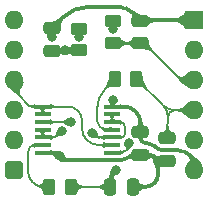
<source format=gtl>
%TF.GenerationSoftware,KiCad,Pcbnew,9.0.7*%
%TF.CreationDate,2026-01-29T17:29:48+02:00*%
%TF.ProjectId,W65C816 Latch,57363543-3831-4362-904c-617463682e6b,V2*%
%TF.SameCoordinates,Original*%
%TF.FileFunction,Copper,L1,Top*%
%TF.FilePolarity,Positive*%
%FSLAX46Y46*%
G04 Gerber Fmt 4.6, Leading zero omitted, Abs format (unit mm)*
G04 Created by KiCad (PCBNEW 9.0.7) date 2026-01-29 17:29:48*
%MOMM*%
%LPD*%
G01*
G04 APERTURE LIST*
G04 Aperture macros list*
%AMRoundRect*
0 Rectangle with rounded corners*
0 $1 Rounding radius*
0 $2 $3 $4 $5 $6 $7 $8 $9 X,Y pos of 4 corners*
0 Add a 4 corners polygon primitive as box body*
4,1,4,$2,$3,$4,$5,$6,$7,$8,$9,$2,$3,0*
0 Add four circle primitives for the rounded corners*
1,1,$1+$1,$2,$3*
1,1,$1+$1,$4,$5*
1,1,$1+$1,$6,$7*
1,1,$1+$1,$8,$9*
0 Add four rect primitives between the rounded corners*
20,1,$1+$1,$2,$3,$4,$5,0*
20,1,$1+$1,$4,$5,$6,$7,0*
20,1,$1+$1,$6,$7,$8,$9,0*
20,1,$1+$1,$8,$9,$2,$3,0*%
G04 Aperture macros list end*
%TA.AperFunction,SMDPad,CuDef*%
%ADD10RoundRect,0.250000X0.262500X0.450000X-0.262500X0.450000X-0.262500X-0.450000X0.262500X-0.450000X0*%
%TD*%
%TA.AperFunction,SMDPad,CuDef*%
%ADD11RoundRect,0.250000X0.475000X-0.250000X0.475000X0.250000X-0.475000X0.250000X-0.475000X-0.250000X0*%
%TD*%
%TA.AperFunction,SMDPad,CuDef*%
%ADD12RoundRect,0.250000X-0.475000X0.250000X-0.475000X-0.250000X0.475000X-0.250000X0.475000X0.250000X0*%
%TD*%
%TA.AperFunction,SMDPad,CuDef*%
%ADD13R,1.475000X0.450000*%
%TD*%
%TA.AperFunction,SMDPad,CuDef*%
%ADD14RoundRect,0.250000X0.450000X-0.262500X0.450000X0.262500X-0.450000X0.262500X-0.450000X-0.262500X0*%
%TD*%
%TA.AperFunction,SMDPad,CuDef*%
%ADD15RoundRect,0.250000X-0.250000X-0.475000X0.250000X-0.475000X0.250000X0.475000X-0.250000X0.475000X0*%
%TD*%
%TA.AperFunction,ComponentPad*%
%ADD16O,1.600000X1.600000*%
%TD*%
%TA.AperFunction,ComponentPad*%
%ADD17RoundRect,0.400000X-0.400000X-0.400000X0.400000X-0.400000X0.400000X0.400000X-0.400000X0.400000X0*%
%TD*%
%TA.AperFunction,ComponentPad*%
%ADD18R,1.600000X1.600000*%
%TD*%
%TA.AperFunction,ViaPad*%
%ADD19C,0.800000*%
%TD*%
%TA.AperFunction,Conductor*%
%ADD20C,0.350000*%
%TD*%
%TA.AperFunction,Conductor*%
%ADD21C,0.200000*%
%TD*%
G04 APERTURE END LIST*
D10*
%TO.P,R4,1*%
%TO.N,~{Data Output}*%
X10334000Y-4953000D03*
%TO.P,R4,2*%
%TO.N,Net-(IC1-4Y)*%
X8509000Y-4953000D03*
%TD*%
D11*
%TO.P,C2,1*%
%TO.N,/~{PHI2}_{2}*%
X3175000Y-2585000D03*
%TO.P,C2,2*%
%TO.N,GND*%
X3175000Y-685000D03*
%TD*%
D12*
%TO.P,C5,1*%
%TO.N,~{Data Output}*%
X12954000Y-9988000D03*
%TO.P,C5,2*%
%TO.N,GND*%
X12954000Y-11888000D03*
%TD*%
D10*
%TO.P,R2,1*%
%TO.N,/~{PHI2}_{3}*%
X4772500Y-14107000D03*
%TO.P,R2,2*%
%TO.N,Net-(IC1-2Y)*%
X2947500Y-14107000D03*
%TD*%
D13*
%TO.P,IC1,1,1A*%
%TO.N,~{PHI2}*%
X2396000Y-7321000D03*
%TO.P,IC1,2,1B*%
X2396000Y-7971000D03*
%TO.P,IC1,3,1Y*%
%TO.N,Net-(IC1-1Y)*%
X2396000Y-8621000D03*
%TO.P,IC1,4,2A*%
%TO.N,/~{PHI2}_{2}*%
X2396000Y-9271000D03*
%TO.P,IC1,5,2B*%
X2396000Y-9921000D03*
%TO.P,IC1,6,2Y*%
%TO.N,Net-(IC1-2Y)*%
X2396000Y-10571000D03*
%TO.P,IC1,7,GND*%
%TO.N,GND*%
X2396000Y-11221000D03*
%TO.P,IC1,8,3Y*%
%TO.N,Net-(IC1-3Y)*%
X8272000Y-11221000D03*
%TO.P,IC1,9,3A*%
%TO.N,~{PHI2}*%
X8272000Y-10571000D03*
%TO.P,IC1,10,3B*%
%TO.N,/~{PHI2}_{3}*%
X8272000Y-9921000D03*
%TO.P,IC1,11,4Y*%
%TO.N,Net-(IC1-4Y)*%
X8272000Y-9271000D03*
%TO.P,IC1,12,4A*%
%TO.N,/~{PHI2}_{3}*%
X8272000Y-8621000D03*
%TO.P,IC1,13,4B*%
X8272000Y-7971000D03*
%TO.P,IC1,14,3V*%
%TO.N,3.3V*%
X8272000Y-7321000D03*
%TD*%
D12*
%TO.P,C1,1*%
%TO.N,3.3V*%
X10668000Y-9480000D03*
%TO.P,C1,2*%
%TO.N,GND*%
X10668000Y-11380000D03*
%TD*%
D14*
%TO.P,R3,1*%
%TO.N,Bank Latch*%
X8372000Y-1928500D03*
%TO.P,R3,2*%
%TO.N,Net-(IC1-3Y)*%
X8372000Y-103500D03*
%TD*%
D11*
%TO.P,C4,1*%
%TO.N,Bank Latch*%
X10668000Y-1950000D03*
%TO.P,C4,2*%
%TO.N,GND*%
X10668000Y-50000D03*
%TD*%
D15*
%TO.P,C3,1*%
%TO.N,/~{PHI2}_{3}*%
X8133000Y-14097000D03*
%TO.P,C3,2*%
%TO.N,GND*%
X10033000Y-14097000D03*
%TD*%
D14*
%TO.P,R1,1*%
%TO.N,/~{PHI2}_{2}*%
X5451000Y-2563500D03*
%TO.P,R1,2*%
%TO.N,Net-(IC1-1Y)*%
X5451000Y-738500D03*
%TD*%
D16*
%TO.P,J2,1*%
%TO.N,unconnected-(J2-Pad1)*%
X0Y0D03*
%TO.P,J2,2*%
%TO.N,unconnected-(J2-Pad2)*%
X0Y-2540000D03*
%TO.P,J2,3*%
%TO.N,~{PHI2}*%
X0Y-5080000D03*
%TO.P,J2,4*%
%TO.N,unconnected-(J2-Pad4)*%
X0Y-7620000D03*
%TO.P,J2,5*%
%TO.N,unconnected-(J2-Pad5)*%
X0Y-10160000D03*
D17*
%TO.P,J2,6*%
%TO.N,3.3V*%
X0Y-12700000D03*
D16*
%TO.P,J2,7*%
X15240000Y-12700000D03*
%TO.P,J2,8*%
%TO.N,unconnected-(J2-Pad8)*%
X15240000Y-10160000D03*
%TO.P,J2,9*%
%TO.N,~{Data Output}*%
X15240000Y-7620000D03*
%TO.P,J2,10*%
%TO.N,Bank Latch*%
X15240000Y-5080000D03*
%TO.P,J2,11*%
%TO.N,unconnected-(J2-Pad11)*%
X15240000Y-2540000D03*
D18*
%TO.P,J2,12*%
%TO.N,GND*%
X15240000Y0D03*
%TD*%
D19*
%TO.N,GND*%
X3175000Y-1435000D03*
X12142001Y-11888001D03*
X3828100Y-11538900D03*
%TO.N,3.3V*%
X8382300Y-6731000D03*
%TO.N,/~{PHI2}_{2}*%
X4318000Y-2563500D03*
X4000000Y-9398000D03*
%TO.N,/~{PHI2}_{3}*%
X8575800Y-12705000D03*
X6604000Y-9525000D03*
%TO.N,Net-(IC1-3Y)*%
X9697108Y-10439654D03*
X8382000Y-762000D03*
%TO.N,Net-(IC1-1Y)*%
X4750000Y-8636000D03*
X5461000Y-1400998D03*
%TD*%
D20*
%TO.N,3.3V*%
X10668000Y-9980394D02*
G75*
G03*
X10794998Y-10287002I433600J-6D01*
G01*
X14929974Y-11513090D02*
G75*
G02*
X15240028Y-12261558I-748474J-748510D01*
G01*
X14834442Y-11417558D02*
G75*
G03*
X13855338Y-11011984I-979142J-979142D01*
G01*
X10795000Y-10287000D02*
G75*
G03*
X11101605Y-10413998I306600J306600D01*
G01*
X11842416Y-10654416D02*
G75*
G03*
X11262000Y-10413990I-580416J-580384D01*
G01*
X10264500Y-7724500D02*
G75*
G03*
X9290364Y-7321015I-974100J-974100D01*
G01*
X11901000Y-10713000D02*
G75*
G03*
X12622849Y-11012021I721900J721900D01*
G01*
X10264500Y-7724500D02*
G75*
G02*
X10667985Y-8698635I-974100J-974100D01*
G01*
%TO.N,GND*%
X12142001Y-13098340D02*
G75*
G02*
X11849503Y-13804502I-998671J0D01*
G01*
X3669150Y-11379950D02*
G75*
G03*
X3285410Y-11220996I-383750J-383750D01*
G01*
X11849500Y-13804499D02*
G75*
G02*
X11143341Y-14097017I-706200J706199D01*
G01*
X10096500Y571499D02*
G75*
G03*
X8716776Y1142990I-1379700J-1379699D01*
G01*
X6295591Y1143000D02*
G75*
G03*
X4089002Y228997I9J-3120600D01*
G01*
X11888000Y-11634000D02*
G75*
G03*
X11274789Y-11380004I-613200J-613200D01*
G01*
X10224410Y-11380000D02*
G75*
G03*
X9640047Y-11622047I-10J-826400D01*
G01*
X3990700Y-11701500D02*
G75*
G03*
X4383251Y-11864120I392600J392600D01*
G01*
X9640050Y-11622050D02*
G75*
G02*
X9055689Y-11864096I-584350J584350D01*
G01*
D21*
%TO.N,Net-(IC1-1Y)*%
X4742500Y-8628500D02*
G75*
G03*
X4724393Y-8621003I-18100J-18100D01*
G01*
X5451000Y-1383929D02*
G75*
G03*
X5456008Y-1395991I17100J29D01*
G01*
%TO.N,Net-(IC1-2Y)*%
X1143000Y-12789113D02*
G75*
G03*
X1529001Y-13720999I1317890J3D01*
G01*
X1318500Y-10746500D02*
G75*
G03*
X1142998Y-11170194I423700J-423700D01*
G01*
X1549956Y-13741956D02*
G75*
G03*
X2431250Y-14106999I881294J881296D01*
G01*
X1742194Y-10571000D02*
G75*
G03*
X1318502Y-10746502I6J-599200D01*
G01*
%TO.N,Net-(IC1-4Y)*%
X7747000Y-5715000D02*
G75*
G03*
X6985013Y-7554630I1839600J-1839600D01*
G01*
X6985000Y-8468108D02*
G75*
G03*
X7220163Y-9035836I802900J8D01*
G01*
X7220161Y-9035838D02*
G75*
G03*
X7787891Y-9271003I567739J567738D01*
G01*
%TO.N,~{PHI2}*%
X6125880Y-10160119D02*
G75*
G03*
X7117833Y-10571003I991960J991959D01*
G01*
X1267280Y-7231480D02*
G75*
G03*
X1483400Y-7321012I216120J216080D01*
G01*
X0Y-5522100D02*
G75*
G03*
X312611Y-6276811I1067316J-3D01*
G01*
X5715000Y-9168166D02*
G75*
G03*
X6125879Y-10160120I1402830J-4D01*
G01*
X5375000Y-7661000D02*
G75*
G03*
X4554167Y-7321001I-820830J-820830D01*
G01*
X5375000Y-7661000D02*
G75*
G02*
X5714986Y-8481832I-820800J-820800D01*
G01*
X1736600Y-7321000D02*
X1483400Y-7321000D01*
%TO.N,Net-(IC1-3Y)*%
X9489178Y-11013070D02*
G75*
G02*
X8987193Y-11220998I-501978J501970D01*
G01*
X8372000Y-744928D02*
G75*
G03*
X8377008Y-756992I17100J28D01*
G01*
X9697108Y-10622398D02*
G75*
G02*
X9567895Y-10934368I-441208J-2D01*
G01*
%TO.N,~{Data Output}*%
X13001000Y-8729765D02*
G75*
G02*
X12977510Y-8786510I-80200J-35D01*
G01*
X12977500Y-8786500D02*
G75*
G03*
X12954014Y-8843234I56700J-56700D01*
G01*
X13001000Y-8191500D02*
G75*
G03*
X12596883Y-7215893I-1379700J0D01*
G01*
X13572500Y-7620000D02*
G75*
G03*
X13001000Y-8191500I0J-571500D01*
G01*
X12596888Y-7215888D02*
G75*
G03*
X13572500Y-7620007I975612J975588D01*
G01*
%TO.N,Bank Latch*%
X13748790Y-4690490D02*
G75*
G03*
X14689150Y-5080026I940410J940390D01*
G01*
%TO.N,/~{PHI2}_{3}*%
X9250150Y-8768850D02*
G75*
G03*
X8893208Y-8620996I-356950J-356950D01*
G01*
X6802000Y-9723000D02*
G75*
G03*
X7280014Y-9920994I478000J478000D01*
G01*
X8354400Y-12926400D02*
G75*
G03*
X8133003Y-13460906I534500J-534500D01*
G01*
X9398000Y-9506343D02*
G75*
G02*
X9276537Y-9799537I-414700J43D01*
G01*
X9276550Y-9799550D02*
G75*
G02*
X8983343Y-9921018I-293250J293250D01*
G01*
X9250150Y-8768850D02*
G75*
G02*
X9398004Y-9125791I-356950J-356950D01*
G01*
%TO.N,/~{PHI2}_{2}*%
X2396000Y-9596000D02*
G75*
G03*
X2721000Y-9921000I325000J0D01*
G01*
X3738500Y-9659500D02*
G75*
G02*
X3107183Y-9920993I-631300J631300D01*
G01*
D20*
%TO.N,GND*%
X4383251Y-11864100D02*
X9055689Y-11864100D01*
X3828100Y-11538900D02*
X3990700Y-11701500D01*
X8716776Y1143000D02*
X6295591Y1143000D01*
X12142000Y-11888000D02*
X12954000Y-11888000D01*
X3285410Y-11221000D02*
X2396000Y-11221000D01*
X4089000Y228999D02*
X3175000Y-685000D01*
X12142001Y-13098340D02*
X12142001Y-11888001D01*
X11143341Y-14097000D02*
X10033000Y-14097000D01*
X12142000Y-11888000D02*
X11888000Y-11634000D01*
X10668000Y0D02*
X14790000Y0D01*
X3669150Y-11379950D02*
X3828100Y-11538900D01*
X3175000Y-1435000D02*
X3175000Y-685000D01*
X11274789Y-11380000D02*
X11060950Y-11380000D01*
X10668000Y0D02*
X10096500Y571499D01*
%TO.N,3.3V*%
X8382300Y-6731000D02*
X8382300Y-7321000D01*
X11101605Y-10414000D02*
X11262000Y-10414000D01*
X10668000Y-9480000D02*
X10668000Y-8698635D01*
X11842416Y-10654416D02*
X11901000Y-10713000D01*
X14929974Y-11513090D02*
X14834442Y-11417558D01*
X10668000Y-9980394D02*
X10668000Y-9480000D01*
X13855338Y-11012000D02*
X12622849Y-11012000D01*
X8382300Y-7321000D02*
X9290364Y-7321000D01*
D21*
%TO.N,/~{PHI2}_{2}*%
X2721000Y-9921000D02*
X3107183Y-9921000D01*
X2396000Y-9596000D02*
X2396000Y-9271000D01*
X3738500Y-9659500D02*
X4000000Y-9398000D01*
X4318000Y-2563500D02*
X3196500Y-2563500D01*
X4318000Y-2563500D02*
X5451000Y-2563500D01*
%TO.N,/~{PHI2}_{3}*%
X6802000Y-9723000D02*
X6604000Y-9525000D01*
X8133000Y-13460906D02*
X8133000Y-14097000D01*
X9398000Y-9506343D02*
X9398000Y-9125791D01*
X4772500Y-14107000D02*
X8123000Y-14107000D01*
X8713550Y-9921000D02*
X8983343Y-9921000D01*
X8272000Y-8621000D02*
X8272000Y-7971000D01*
X8354400Y-12926400D02*
X8575800Y-12705000D01*
X7830450Y-9921000D02*
X7280014Y-9921000D01*
%TO.N,Bank Latch*%
X10668000Y-1950000D02*
X8393500Y-1950000D01*
X13748790Y-4690490D02*
X11008300Y-1950000D01*
%TO.N,~{Data Output}*%
X13001000Y-8729765D02*
X13001000Y-8191500D01*
X12954000Y-8843234D02*
X12954000Y-9988000D01*
X12596888Y-7215888D02*
X10334000Y-4953000D01*
X13572500Y-7620000D02*
X15240000Y-7620000D01*
%TO.N,Net-(IC1-3Y)*%
X8372000Y-744928D02*
X8372000Y-103500D01*
X9697108Y-10439654D02*
X9697108Y-10622398D01*
X8377000Y-757000D02*
X8382000Y-762000D01*
X9489178Y-11013070D02*
X9567888Y-10934361D01*
X8987193Y-11221000D02*
X8272000Y-11221000D01*
%TO.N,~{PHI2}*%
X2396000Y-7321000D02*
X4554167Y-7321000D01*
X2396000Y-7321000D02*
X2396000Y-7971000D01*
X1736600Y-7321000D02*
X1876400Y-7321000D01*
X5715000Y-9168166D02*
X5715000Y-8481832D01*
X1267280Y-7231480D02*
X312611Y-6276811D01*
X7117833Y-10571000D02*
X8272000Y-10571000D01*
%TO.N,Net-(IC1-4Y)*%
X6985000Y-7554630D02*
X6985000Y-8468108D01*
X7747000Y-5715000D02*
X8509000Y-4953000D01*
%TO.N,Net-(IC1-2Y)*%
X1143000Y-12789113D02*
X1143000Y-11170194D01*
X1529000Y-13721000D02*
X1549956Y-13741956D01*
X1742194Y-10571000D02*
X2396000Y-10571000D01*
X2431250Y-14107000D02*
X2947500Y-14107000D01*
%TO.N,Net-(IC1-1Y)*%
X4724393Y-8621000D02*
X2396000Y-8621000D01*
X4742500Y-8628500D02*
X4750000Y-8636000D01*
X5451000Y-1383929D02*
X5451000Y-738500D01*
X5461000Y-1400998D02*
X5456000Y-1395999D01*
%TD*%
%TA.AperFunction,Conductor*%
%TO.N,3.3V*%
G36*
X14966450Y-11301563D02*
G01*
X15189522Y-11510701D01*
X15366888Y-11658427D01*
X15366890Y-11658429D01*
X15423872Y-11705917D01*
X15505193Y-11773689D01*
X15506046Y-11774474D01*
X15678799Y-11950379D01*
X15679616Y-11951304D01*
X15783654Y-12082402D01*
X15784066Y-12082954D01*
X15898308Y-12245757D01*
X15900255Y-12254498D01*
X15895452Y-12262055D01*
X15895243Y-12262198D01*
X15244744Y-12698001D01*
X15235964Y-12699759D01*
X15235941Y-12699755D01*
X14467903Y-12546429D01*
X14460461Y-12541448D01*
X14458720Y-12532664D01*
X14458961Y-12531683D01*
X14496388Y-12404030D01*
X14497063Y-12402269D01*
X14554828Y-12281742D01*
X14555491Y-12280547D01*
X14622874Y-12174618D01*
X14623278Y-12174026D01*
X14692777Y-12079057D01*
X14779858Y-11956277D01*
X14828651Y-11853971D01*
X14838300Y-11762922D01*
X14828280Y-11714746D01*
X14806606Y-11664286D01*
X14767440Y-11604963D01*
X14767439Y-11604961D01*
X14718049Y-11549548D01*
X14715102Y-11541092D01*
X14718509Y-11533491D01*
X14950176Y-11301824D01*
X14958448Y-11298398D01*
X14966450Y-11301563D01*
G37*
%TD.AperFunction*%
%TD*%
%TA.AperFunction,Conductor*%
%TO.N,GND*%
G36*
X3150656Y-11046481D02*
G01*
X3457458Y-11058649D01*
X3459084Y-11058830D01*
X3696684Y-11102553D01*
X3696955Y-11102606D01*
X3894837Y-11144210D01*
X3902228Y-11149266D01*
X3903911Y-11157914D01*
X3830038Y-11534118D01*
X3825081Y-11541576D01*
X3825044Y-11541601D01*
X3505849Y-11754241D01*
X3497064Y-11755976D01*
X3489625Y-11750991D01*
X3489255Y-11750398D01*
X3442758Y-11670655D01*
X3442294Y-11669773D01*
X3404340Y-11589171D01*
X3381907Y-11540488D01*
X3331757Y-11461311D01*
X3301845Y-11435041D01*
X3301843Y-11435039D01*
X3264171Y-11415148D01*
X3264169Y-11415147D01*
X3209378Y-11400893D01*
X3209379Y-11400893D01*
X3149408Y-11396752D01*
X3141391Y-11392764D01*
X3138514Y-11385080D01*
X3138514Y-11058173D01*
X3141941Y-11049900D01*
X3150214Y-11046473D01*
X3150656Y-11046481D01*
G37*
%TD.AperFunction*%
%TD*%
%TA.AperFunction,Conductor*%
%TO.N,GND*%
G36*
X11351487Y-11006306D02*
G01*
X11352335Y-11008171D01*
X11373581Y-11068461D01*
X11429233Y-11140512D01*
X11429234Y-11140513D01*
X11507159Y-11209828D01*
X11507161Y-11209829D01*
X11507164Y-11209832D01*
X11507170Y-11209837D01*
X11599839Y-11275050D01*
X11599844Y-11275053D01*
X11599851Y-11275058D01*
X11799527Y-11387881D01*
X11799536Y-11387885D01*
X11799549Y-11387892D01*
X11953558Y-11461230D01*
X11959554Y-11467880D01*
X11959091Y-11476823D01*
X11956946Y-11479919D01*
X11730703Y-11714272D01*
X11722491Y-11717844D01*
X11717773Y-11716941D01*
X11707114Y-11712485D01*
X11578816Y-11682109D01*
X11578814Y-11682109D01*
X11575548Y-11682151D01*
X11456796Y-11683699D01*
X11456789Y-11683700D01*
X11359510Y-11714480D01*
X11287043Y-11772115D01*
X11287042Y-11772116D01*
X11259667Y-11812113D01*
X11259661Y-11812123D01*
X11244899Y-11846476D01*
X11238484Y-11852723D01*
X11229530Y-11852605D01*
X11226609Y-11850802D01*
X10680155Y-11390158D01*
X10676038Y-11382205D01*
X10678750Y-11373671D01*
X10681939Y-11371026D01*
X11335549Y-11001872D01*
X11344435Y-11000788D01*
X11351487Y-11006306D01*
G37*
%TD.AperFunction*%
%TD*%
%TA.AperFunction,Conductor*%
%TO.N,GND*%
G36*
X11563356Y-11244053D02*
G01*
X11665981Y-11269124D01*
X11667120Y-11269464D01*
X11753877Y-11300285D01*
X11755327Y-11300914D01*
X11885771Y-11368422D01*
X12025416Y-11439797D01*
X12110434Y-11469190D01*
X12209146Y-11493054D01*
X12216383Y-11498328D01*
X12217878Y-11506680D01*
X12143920Y-11883411D01*
X12138963Y-11890869D01*
X12138922Y-11890897D01*
X11819878Y-12103262D01*
X11811092Y-12104993D01*
X11803655Y-12100005D01*
X11803215Y-12099289D01*
X11767703Y-12036604D01*
X11766996Y-12035122D01*
X11739684Y-11965719D01*
X11739194Y-11964159D01*
X11721717Y-11890869D01*
X11708558Y-11835682D01*
X11708494Y-11835396D01*
X11694571Y-11769094D01*
X11661657Y-11685832D01*
X11636510Y-11654339D01*
X11636508Y-11654338D01*
X11636508Y-11654337D01*
X11622724Y-11643497D01*
X11602045Y-11627236D01*
X11586248Y-11619697D01*
X11550939Y-11602846D01*
X11550927Y-11602842D01*
X11493758Y-11587295D01*
X11486674Y-11581817D01*
X11485353Y-11573725D01*
X11549117Y-11253138D01*
X11554092Y-11245694D01*
X11562874Y-11243947D01*
X11563356Y-11244053D01*
G37*
%TD.AperFunction*%
%TD*%
%TA.AperFunction,Conductor*%
%TO.N,GND*%
G36*
X9970187Y-11062213D02*
G01*
X10598478Y-11347500D01*
X10653860Y-11372647D01*
X10659976Y-11379188D01*
X10659676Y-11388137D01*
X10657503Y-11391361D01*
X10202901Y-11869584D01*
X10194717Y-11873219D01*
X10186360Y-11870003D01*
X10184808Y-11868192D01*
X10157706Y-11829126D01*
X10118169Y-11792081D01*
X10074470Y-11765822D01*
X10017547Y-11746782D01*
X9958190Y-11739808D01*
X9880147Y-11745458D01*
X9880141Y-11745459D01*
X9805888Y-11763586D01*
X9734467Y-11792155D01*
X9734465Y-11792157D01*
X9734461Y-11792158D01*
X9734459Y-11792160D01*
X9694678Y-11814937D01*
X9688296Y-11818591D01*
X9679414Y-11819727D01*
X9672755Y-11814937D01*
X9490855Y-11542703D01*
X9489108Y-11533920D01*
X9494055Y-11526494D01*
X9538467Y-11496643D01*
X9747716Y-11347500D01*
X9870734Y-11232610D01*
X9935951Y-11137573D01*
X9954052Y-11069846D01*
X9959498Y-11062739D01*
X9968376Y-11061565D01*
X9970187Y-11062213D01*
G37*
%TD.AperFunction*%
%TD*%
%TA.AperFunction,Conductor*%
%TO.N,GND*%
G36*
X4166520Y-11326844D02*
G01*
X4166921Y-11327490D01*
X4214664Y-11410361D01*
X4215174Y-11411354D01*
X4253197Y-11494869D01*
X4253241Y-11494966D01*
X4275571Y-11545221D01*
X4324373Y-11623917D01*
X4324374Y-11623918D01*
X4324376Y-11623921D01*
X4353860Y-11650126D01*
X4391133Y-11669991D01*
X4445307Y-11684211D01*
X4504495Y-11688340D01*
X4512509Y-11692335D01*
X4515380Y-11700012D01*
X4515380Y-12026869D01*
X4511953Y-12035142D01*
X4503680Y-12038569D01*
X4503162Y-12038558D01*
X4209637Y-12025556D01*
X4207933Y-12025354D01*
X3987742Y-11982759D01*
X3987484Y-11982706D01*
X3761275Y-11933645D01*
X3753916Y-11928543D01*
X3752274Y-11919957D01*
X3795464Y-11700012D01*
X3826161Y-11543680D01*
X3831118Y-11536223D01*
X4150297Y-11323593D01*
X4159081Y-11321859D01*
X4166520Y-11326844D01*
G37*
%TD.AperFunction*%
%TD*%
%TA.AperFunction,Conductor*%
%TO.N,Net-(IC1-2Y)*%
G36*
X2353445Y-10560877D02*
G01*
X2360780Y-10566013D01*
X2362336Y-10574831D01*
X2357200Y-10582167D01*
X2354330Y-10583490D01*
X1671478Y-10792036D01*
X1662565Y-10791175D01*
X1656871Y-10784263D01*
X1656490Y-10782579D01*
X1653269Y-10761073D01*
X1653269Y-10761072D01*
X1639135Y-10738015D01*
X1639134Y-10738014D01*
X1639132Y-10738013D01*
X1593525Y-10719516D01*
X1593524Y-10719516D01*
X1540393Y-10724499D01*
X1540391Y-10724499D01*
X1540383Y-10724501D01*
X1507316Y-10734329D01*
X1498409Y-10733401D01*
X1493851Y-10728964D01*
X1405616Y-10576138D01*
X1404447Y-10567260D01*
X1409898Y-10560156D01*
X1412016Y-10559199D01*
X1436354Y-10551016D01*
X1580694Y-10494603D01*
X1640532Y-10450371D01*
X1654749Y-10415954D01*
X1661074Y-10409618D01*
X1668090Y-10409000D01*
X2353445Y-10560877D01*
G37*
%TD.AperFunction*%
%TD*%
%TA.AperFunction,Conductor*%
%TO.N,Net-(IC1-4Y)*%
G36*
X7399124Y-9049243D02*
G01*
X7422042Y-9058215D01*
X7488037Y-9084050D01*
X7488043Y-9084052D01*
X7488046Y-9084053D01*
X7581826Y-9105098D01*
X7685392Y-9116333D01*
X7735221Y-9116849D01*
X7812721Y-9117652D01*
X7812722Y-9117651D01*
X7812735Y-9117652D01*
X7950376Y-9107419D01*
X8113412Y-9083184D01*
X8271136Y-9049239D01*
X8279944Y-9050848D01*
X8285035Y-9058215D01*
X8285277Y-9061369D01*
X8273388Y-9262142D01*
X8269478Y-9270198D01*
X8263514Y-9273010D01*
X7543363Y-9385516D01*
X7534660Y-9383407D01*
X7530863Y-9378701D01*
X7514623Y-9342085D01*
X7514622Y-9342084D01*
X7514622Y-9342083D01*
X7464678Y-9301750D01*
X7464669Y-9301745D01*
X7332613Y-9236364D01*
X7291786Y-9217805D01*
X7285673Y-9211262D01*
X7285977Y-9202312D01*
X7286894Y-9200663D01*
X7385135Y-9053637D01*
X7392578Y-9048664D01*
X7399124Y-9049243D01*
G37*
%TD.AperFunction*%
%TD*%
%TA.AperFunction,Conductor*%
%TO.N,~{PHI2}*%
G36*
X772406Y-5233632D02*
G01*
X779847Y-5238612D01*
X781588Y-5247396D01*
X781420Y-5248116D01*
X744279Y-5387567D01*
X743852Y-5388862D01*
X691168Y-5521974D01*
X690623Y-5523155D01*
X616289Y-5663145D01*
X572733Y-5745176D01*
X570098Y-5750138D01*
X469369Y-5942640D01*
X436721Y-6059783D01*
X441446Y-6168114D01*
X441447Y-6168116D01*
X459598Y-6225629D01*
X459608Y-6225651D01*
X490030Y-6285567D01*
X490041Y-6285586D01*
X538966Y-6354804D01*
X538969Y-6354808D01*
X598302Y-6420304D01*
X601317Y-6428736D01*
X597904Y-6436432D01*
X472823Y-6561513D01*
X464550Y-6564940D01*
X456277Y-6561513D01*
X456089Y-6561321D01*
X177906Y-6270077D01*
X177786Y-6269949D01*
X110942Y-6197829D01*
X110934Y-6197821D01*
X110922Y-6197808D01*
X42132Y-6131198D01*
X-80986Y-6011981D01*
X-80989Y-6011978D01*
X-231830Y-5893246D01*
X-231831Y-5893245D01*
X-435049Y-5751726D01*
X-439880Y-5744186D01*
X-438099Y-5735637D01*
X-207006Y-5388862D01*
X-5050Y-5085811D01*
X2387Y-5080828D01*
X6972Y-5080826D01*
X772406Y-5233632D01*
G37*
%TD.AperFunction*%
%TD*%
%TA.AperFunction,Conductor*%
%TO.N,~{PHI2}*%
G36*
X1671705Y-7100027D02*
G01*
X2360265Y-7309830D01*
X2367179Y-7315518D01*
X2368046Y-7324431D01*
X2362357Y-7331346D01*
X2360264Y-7332213D01*
X1671883Y-7541922D01*
X1662970Y-7541055D01*
X1657281Y-7534140D01*
X1656974Y-7532888D01*
X1651454Y-7503478D01*
X1651453Y-7503473D01*
X1635259Y-7474916D01*
X1635257Y-7474914D01*
X1600554Y-7446544D01*
X1600549Y-7446541D01*
X1558619Y-7430215D01*
X1491619Y-7422230D01*
X1483810Y-7417848D01*
X1481307Y-7410338D01*
X1483137Y-7332213D01*
X1485488Y-7231844D01*
X1489108Y-7223655D01*
X1496545Y-7220437D01*
X1522502Y-7219018D01*
X1595129Y-7199243D01*
X1640947Y-7160150D01*
X1653806Y-7131830D01*
X1656705Y-7109701D01*
X1661178Y-7101944D01*
X1669826Y-7099621D01*
X1671705Y-7100027D01*
G37*
%TD.AperFunction*%
%TD*%
%TA.AperFunction,Conductor*%
%TO.N,Net-(IC1-3Y)*%
G36*
X9004881Y-11000992D02*
G01*
X9010573Y-11007904D01*
X9010812Y-11008819D01*
X9016917Y-11036717D01*
X9016918Y-11036719D01*
X9032666Y-11060555D01*
X9032669Y-11060558D01*
X9069199Y-11082744D01*
X9079372Y-11084654D01*
X9113200Y-11091007D01*
X9182739Y-11085929D01*
X9191240Y-11088744D01*
X9194400Y-11093121D01*
X9262267Y-11256966D01*
X9262267Y-11265920D01*
X9255935Y-11272252D01*
X9253903Y-11272885D01*
X9188076Y-11286954D01*
X9083077Y-11323363D01*
X9083077Y-11323364D01*
X9027466Y-11364837D01*
X9013189Y-11403078D01*
X9007085Y-11409630D01*
X8999290Y-11410311D01*
X8311208Y-11231793D01*
X8304060Y-11226398D01*
X8302821Y-11217530D01*
X8308216Y-11210382D01*
X8310721Y-11209281D01*
X8995968Y-11000130D01*
X9004881Y-11000992D01*
G37*
%TD.AperFunction*%
%TD*%
%TA.AperFunction,Conductor*%
%TO.N,Net-(IC1-3Y)*%
G36*
X9698903Y-10442224D02*
G01*
X9702160Y-10445485D01*
X9913092Y-10762847D01*
X9913904Y-10766982D01*
X9914918Y-10771063D01*
X9914758Y-10771328D01*
X9914818Y-10771634D01*
X9910299Y-10778734D01*
X9907415Y-10780864D01*
X9907321Y-10780933D01*
X9756020Y-10890380D01*
X9756009Y-10890389D01*
X9643355Y-10998984D01*
X9568161Y-11075377D01*
X9559915Y-11078869D01*
X9551615Y-11075507D01*
X9551550Y-11075442D01*
X9475093Y-10998984D01*
X9425507Y-10949397D01*
X9422081Y-10941126D01*
X9424290Y-10934284D01*
X9464504Y-10878522D01*
X9470607Y-10823060D01*
X9452515Y-10780864D01*
X9448144Y-10770670D01*
X9445466Y-10766982D01*
X9408566Y-10716157D01*
X9408381Y-10715894D01*
X9342648Y-10619907D01*
X9341316Y-10617323D01*
X9309492Y-10530507D01*
X9309862Y-10521560D01*
X9316450Y-10515495D01*
X9318175Y-10515008D01*
X9690118Y-10440489D01*
X9698903Y-10442224D01*
G37*
%TD.AperFunction*%
%TD*%
%TA.AperFunction,Conductor*%
%TO.N,Bank Latch*%
G36*
X15080535Y-4299955D02*
G01*
X15086179Y-4306908D01*
X15086439Y-4307953D01*
X15239755Y-5075941D01*
X15238014Y-5084725D01*
X15238001Y-5084744D01*
X14802158Y-5735302D01*
X14794706Y-5740268D01*
X14785926Y-5738510D01*
X14785775Y-5738408D01*
X14504102Y-5543281D01*
X14503558Y-5542880D01*
X14303427Y-5386388D01*
X14302701Y-5385771D01*
X14143871Y-5239258D01*
X14143419Y-5238818D01*
X13976010Y-5066796D01*
X13976010Y-5066795D01*
X13683516Y-4766842D01*
X13680194Y-4758527D01*
X13683619Y-4750402D01*
X13809181Y-4624840D01*
X13817453Y-4621414D01*
X13825101Y-4624260D01*
X13916509Y-4703216D01*
X13916510Y-4703216D01*
X13916513Y-4703219D01*
X14007994Y-4755466D01*
X14093299Y-4778109D01*
X14138611Y-4776576D01*
X14174407Y-4775367D01*
X14174412Y-4775366D01*
X14174414Y-4775366D01*
X14253324Y-4751455D01*
X14332017Y-4710594D01*
X14496689Y-4594890D01*
X14717809Y-4441286D01*
X14719223Y-4440445D01*
X14896987Y-4351175D01*
X14898883Y-4350424D01*
X15071631Y-4299030D01*
X15080535Y-4299955D01*
G37*
%TD.AperFunction*%
%TD*%
%TA.AperFunction,Conductor*%
%TO.N,/~{PHI2}_{3}*%
G36*
X9007439Y-8485724D02*
G01*
X9012180Y-8492530D01*
X9015329Y-8505073D01*
X9031448Y-8527484D01*
X9086360Y-8569352D01*
X9229471Y-8637667D01*
X9265528Y-8653412D01*
X9271739Y-8659863D01*
X9271568Y-8668816D01*
X9269333Y-8672188D01*
X9148873Y-8799115D01*
X9140692Y-8802757D01*
X9135564Y-8801721D01*
X9121172Y-8795210D01*
X9121164Y-8795207D01*
X9063497Y-8780565D01*
X9026618Y-8792590D01*
X9014139Y-8812933D01*
X9011403Y-8832430D01*
X9006860Y-8840147D01*
X8998191Y-8842390D01*
X8996396Y-8841993D01*
X8316788Y-8634226D01*
X8309879Y-8628530D01*
X8309020Y-8619616D01*
X8314716Y-8612707D01*
X8318048Y-8611539D01*
X8998676Y-8483881D01*
X9007439Y-8485724D01*
G37*
%TD.AperFunction*%
%TD*%
%TA.AperFunction,Conductor*%
%TO.N,/~{PHI2}_{3}*%
G36*
X6942277Y-9313040D02*
G01*
X6942756Y-9313824D01*
X6977596Y-9376249D01*
X6978319Y-9377803D01*
X7005353Y-9449094D01*
X7005822Y-9450650D01*
X7036536Y-9585860D01*
X7036567Y-9585998D01*
X7056314Y-9678055D01*
X7090659Y-9752134D01*
X7090660Y-9752135D01*
X7116238Y-9778444D01*
X7150294Y-9798892D01*
X7200610Y-9814163D01*
X7200613Y-9814163D01*
X7200616Y-9814164D01*
X7229873Y-9817052D01*
X7255289Y-9819562D01*
X7263185Y-9823785D01*
X7265835Y-9831491D01*
X7261504Y-10008454D01*
X7257876Y-10016641D01*
X7249522Y-10019864D01*
X7249111Y-10019847D01*
X6957303Y-10002439D01*
X6955852Y-10002261D01*
X6730762Y-9960224D01*
X6730511Y-9960174D01*
X6537271Y-9919683D01*
X6529876Y-9914633D01*
X6528189Y-9905980D01*
X6602062Y-9529755D01*
X6607018Y-9522300D01*
X6926056Y-9309787D01*
X6934838Y-9308054D01*
X6942277Y-9313040D01*
G37*
%TD.AperFunction*%
%TD*%
%TA.AperFunction,Conductor*%
%TO.N,/~{PHI2}_{3}*%
G36*
X8295104Y-12861433D02*
G01*
X8297321Y-12863171D01*
X8422755Y-12988605D01*
X8426182Y-12996878D01*
X8425364Y-13001175D01*
X8414704Y-13028166D01*
X8414704Y-13028167D01*
X8395755Y-13159288D01*
X8411633Y-13291932D01*
X8411634Y-13291934D01*
X8455993Y-13399574D01*
X8455995Y-13399576D01*
X8523349Y-13477557D01*
X8601283Y-13519501D01*
X8606944Y-13526440D01*
X8606041Y-13535349D01*
X8604683Y-13537345D01*
X8143260Y-14084696D01*
X8135308Y-14088813D01*
X8126774Y-14086100D01*
X8124072Y-14082808D01*
X7761350Y-13425437D01*
X7760355Y-13416539D01*
X7765943Y-13409542D01*
X7768023Y-13408645D01*
X7834219Y-13387464D01*
X7907209Y-13340585D01*
X7980636Y-13276291D01*
X8076919Y-13170528D01*
X8085432Y-13159287D01*
X8103564Y-13135341D01*
X8164096Y-13055408D01*
X8279039Y-12865385D01*
X8286251Y-12860083D01*
X8295104Y-12861433D01*
G37*
%TD.AperFunction*%
%TD*%
%TA.AperFunction,Conductor*%
%TO.N,/~{PHI2}_{3}*%
G36*
X8571211Y-12703080D02*
G01*
X8578668Y-12708037D01*
X8578696Y-12708078D01*
X8791023Y-13027065D01*
X8792754Y-13035851D01*
X8787766Y-13043288D01*
X8786995Y-13043759D01*
X8719503Y-13081516D01*
X8717903Y-13082258D01*
X8643622Y-13110147D01*
X8641933Y-13110640D01*
X8503956Y-13139847D01*
X8503679Y-13139902D01*
X8424522Y-13154673D01*
X8424518Y-13154673D01*
X8342082Y-13187152D01*
X8342079Y-13187154D01*
X8310463Y-13212653D01*
X8283235Y-13247601D01*
X8283232Y-13247606D01*
X8258720Y-13299267D01*
X8258719Y-13299272D01*
X8243080Y-13356877D01*
X8237606Y-13363964D01*
X8229507Y-13365287D01*
X8055537Y-13330684D01*
X8048091Y-13325709D01*
X8046343Y-13316929D01*
X8113218Y-12980478D01*
X8181210Y-12638410D01*
X8186184Y-12630966D01*
X8194938Y-12629212D01*
X8571211Y-12703080D01*
G37*
%TD.AperFunction*%
%TD*%
%TA.AperFunction,Conductor*%
%TO.N,/~{PHI2}_{3}*%
G36*
X9004481Y-9701115D02*
G01*
X9010175Y-9708027D01*
X9010649Y-9710522D01*
X9011209Y-9717612D01*
X9020684Y-9744679D01*
X9036832Y-9762450D01*
X9081692Y-9776297D01*
X9130895Y-9771554D01*
X9160783Y-9763100D01*
X9169675Y-9764145D01*
X9174098Y-9768508D01*
X9262332Y-9921320D01*
X9263501Y-9930198D01*
X9258050Y-9937302D01*
X9255825Y-9938294D01*
X9233695Y-9945505D01*
X9233660Y-9945517D01*
X9087017Y-10001718D01*
X9027468Y-10045644D01*
X9027467Y-10045645D01*
X9013262Y-10080205D01*
X9006948Y-10086554D01*
X8999847Y-10087166D01*
X8345005Y-9938294D01*
X8314024Y-9931250D01*
X8306718Y-9926075D01*
X8305210Y-9917248D01*
X8310386Y-9909941D01*
X8313200Y-9908652D01*
X8995570Y-9700254D01*
X9004481Y-9701115D01*
G37*
%TD.AperFunction*%
%TD*%
%TA.AperFunction,Conductor*%
%TO.N,/~{PHI2}_{2}*%
G36*
X2493847Y-9475899D02*
G01*
X2497196Y-9482828D01*
X2503518Y-9537523D01*
X2529359Y-9627326D01*
X2567652Y-9678180D01*
X2567653Y-9678181D01*
X2581379Y-9685615D01*
X2591824Y-9691272D01*
X2595659Y-9691893D01*
X2598494Y-9692353D01*
X2606113Y-9697058D01*
X2608172Y-9705773D01*
X2604914Y-9712157D01*
X2404291Y-9913672D01*
X2396026Y-9917117D01*
X2387745Y-9913708D01*
X2387709Y-9913672D01*
X2186116Y-9711183D01*
X2182707Y-9702902D01*
X2186152Y-9694637D01*
X2191943Y-9691490D01*
X2219235Y-9685615D01*
X2251480Y-9660772D01*
X2273693Y-9625776D01*
X2294696Y-9543435D01*
X2295789Y-9483957D01*
X2299367Y-9475748D01*
X2307487Y-9472472D01*
X2485574Y-9472472D01*
X2493847Y-9475899D01*
G37*
%TD.AperFunction*%
%TD*%
%TA.AperFunction,Conductor*%
%TO.N,/~{PHI2}_{2}*%
G36*
X3129512Y-9700798D02*
G01*
X3135203Y-9707712D01*
X3135563Y-9709267D01*
X3138840Y-9729646D01*
X3153249Y-9754643D01*
X3193509Y-9781565D01*
X3193511Y-9781566D01*
X3225026Y-9788453D01*
X3244307Y-9792668D01*
X3325874Y-9789632D01*
X3334268Y-9792749D01*
X3337783Y-9799042D01*
X3372505Y-9973615D01*
X3370758Y-9982397D01*
X3363312Y-9987372D01*
X3363039Y-9987423D01*
X3302355Y-9998000D01*
X3204723Y-10029570D01*
X3204719Y-10029572D01*
X3151400Y-10069687D01*
X3151399Y-10069690D01*
X3137113Y-10110084D01*
X3131124Y-10116741D01*
X3123037Y-10117480D01*
X2434354Y-9931800D01*
X2427258Y-9926337D01*
X2426103Y-9917457D01*
X2431566Y-9910361D01*
X2433985Y-9909312D01*
X3120599Y-9699934D01*
X3129512Y-9700798D01*
G37*
%TD.AperFunction*%
%TD*%
%TA.AperFunction,Conductor*%
%TO.N,/~{PHI2}_{2}*%
G36*
X3677183Y-9182364D02*
G01*
X3678343Y-9183043D01*
X3996861Y-9394916D01*
X4001851Y-9402352D01*
X4001862Y-9402404D01*
X4075770Y-9778776D01*
X4074001Y-9787554D01*
X4066543Y-9792511D01*
X4066486Y-9792522D01*
X3913582Y-9821754D01*
X3913572Y-9821757D01*
X3893101Y-9825709D01*
X3797181Y-9844227D01*
X3640247Y-9886447D01*
X3640237Y-9886450D01*
X3430414Y-9967321D01*
X3421462Y-9967099D01*
X3415397Y-9960881D01*
X3347206Y-9796250D01*
X3347206Y-9787296D01*
X3352291Y-9781568D01*
X3453577Y-9724761D01*
X3515577Y-9654641D01*
X3545827Y-9575583D01*
X3560922Y-9486881D01*
X3567566Y-9441287D01*
X3567785Y-9440175D01*
X3600521Y-9307477D01*
X3601459Y-9304959D01*
X3661442Y-9187465D01*
X3668256Y-9181655D01*
X3677183Y-9182364D01*
G37*
%TD.AperFunction*%
%TD*%
%TA.AperFunction,Conductor*%
%TO.N,GND*%
G36*
X12231869Y-11498582D02*
G01*
X12268877Y-11507639D01*
X12327212Y-11521915D01*
X12328282Y-11522232D01*
X12348073Y-11529130D01*
X12412715Y-11551664D01*
X12413953Y-11552178D01*
X12543374Y-11615046D01*
X12543532Y-11615125D01*
X12611250Y-11650163D01*
X12741083Y-11695142D01*
X12826845Y-11708268D01*
X12923131Y-11712507D01*
X12931244Y-11716295D01*
X12934315Y-11724196D01*
X12934315Y-12051962D01*
X12930888Y-12060235D01*
X12923296Y-12063642D01*
X12798835Y-12070896D01*
X12697189Y-12092218D01*
X12616396Y-12123406D01*
X12616393Y-12123408D01*
X12543579Y-12160850D01*
X12543315Y-12160982D01*
X12409161Y-12225744D01*
X12407878Y-12226272D01*
X12325263Y-12254665D01*
X12324226Y-12254968D01*
X12231868Y-12277436D01*
X12223019Y-12276062D01*
X12217734Y-12268834D01*
X12217632Y-12268379D01*
X12141466Y-11890309D01*
X12141466Y-11885692D01*
X12217629Y-11507638D01*
X12222623Y-11500206D01*
X12231410Y-11498480D01*
X12231869Y-11498582D01*
G37*
%TD.AperFunction*%
%TD*%
%TA.AperFunction,Conductor*%
%TO.N,GND*%
G36*
X3129975Y-11001791D02*
G01*
X3135652Y-11008716D01*
X3135945Y-11009905D01*
X3138896Y-11025308D01*
X3153855Y-11045136D01*
X3205088Y-11064784D01*
X3262984Y-11065898D01*
X3272449Y-11066081D01*
X3272449Y-11066080D01*
X3272457Y-11066081D01*
X3341214Y-11059022D01*
X3385253Y-11055042D01*
X3393800Y-11057711D01*
X3397958Y-11065642D01*
X3397606Y-11069723D01*
X3314060Y-11381507D01*
X3308609Y-11388612D01*
X3301017Y-11390049D01*
X3286144Y-11387810D01*
X3270722Y-11385488D01*
X3211435Y-11379101D01*
X3191674Y-11376972D01*
X3191673Y-11376972D01*
X3170462Y-11385488D01*
X3151026Y-11393291D01*
X3138192Y-11414138D01*
X3138190Y-11414144D01*
X3135480Y-11432546D01*
X3130884Y-11440231D01*
X3122200Y-11442416D01*
X3120493Y-11442032D01*
X2850814Y-11359770D01*
X2431858Y-11231974D01*
X2424945Y-11226282D01*
X2424081Y-11217369D01*
X2429773Y-11210456D01*
X2431876Y-11209586D01*
X3121064Y-11000909D01*
X3129975Y-11001791D01*
G37*
%TD.AperFunction*%
%TD*%
%TA.AperFunction,Conductor*%
%TO.N,GND*%
G36*
X3908603Y280207D02*
G01*
X4140044Y48766D01*
X4143471Y40493D01*
X4140211Y32392D01*
X4126432Y18038D01*
X4126430Y18035D01*
X4126426Y18030D01*
X4006334Y-137854D01*
X3919986Y-299293D01*
X3919983Y-299302D01*
X3876436Y-442389D01*
X3871145Y-563834D01*
X3871145Y-563839D01*
X3895959Y-652647D01*
X3894885Y-661537D01*
X3887839Y-667063D01*
X3884991Y-667491D01*
X3182341Y-685500D01*
X3173983Y-682286D01*
X3171224Y-678263D01*
X3166625Y-667107D01*
X2974425Y-200843D01*
X2974440Y-191889D01*
X2980783Y-185568D01*
X2985024Y-184688D01*
X2999036Y-184433D01*
X3095978Y-173793D01*
X3128524Y-166228D01*
X3193608Y-151100D01*
X3193609Y-151099D01*
X3193616Y-151098D01*
X3311483Y-109886D01*
X3426637Y-56696D01*
X3471485Y-31041D01*
X3561680Y20549D01*
X3561684Y20552D01*
X3685677Y105198D01*
X3685683Y105202D01*
X3804724Y199751D01*
X3892402Y280538D01*
X3900808Y283624D01*
X3908603Y280207D01*
G37*
%TD.AperFunction*%
%TD*%
%TA.AperFunction,Conductor*%
%TO.N,GND*%
G36*
X12484470Y-11955995D02*
G01*
X12522362Y-11963629D01*
X12529795Y-11968623D01*
X12531521Y-11977410D01*
X12531416Y-11977880D01*
X12508086Y-12073212D01*
X12507769Y-12074282D01*
X12478341Y-12158703D01*
X12477817Y-12159964D01*
X12414980Y-12289321D01*
X12414847Y-12289586D01*
X12379842Y-12357241D01*
X12379835Y-12357256D01*
X12334860Y-12487078D01*
X12334857Y-12487089D01*
X12321733Y-12572841D01*
X12317493Y-12669130D01*
X12313705Y-12677244D01*
X12305804Y-12680315D01*
X11978039Y-12680315D01*
X11969766Y-12676888D01*
X11966359Y-12669296D01*
X11959104Y-12544835D01*
X11946990Y-12487082D01*
X11937782Y-12443187D01*
X11906591Y-12362389D01*
X11869143Y-12289564D01*
X11869012Y-12289301D01*
X11804252Y-12155153D01*
X11803733Y-12153894D01*
X11775332Y-12071252D01*
X11775036Y-12070237D01*
X11752565Y-11977867D01*
X11753939Y-11969019D01*
X11761167Y-11963734D01*
X11761597Y-11963637D01*
X12139693Y-11887466D01*
X12144309Y-11887466D01*
X12484470Y-11955995D01*
G37*
%TD.AperFunction*%
%TD*%
%TA.AperFunction,Conductor*%
%TO.N,GND*%
G36*
X10527538Y-13614104D02*
G01*
X10530914Y-13621013D01*
X10534633Y-13651935D01*
X10552778Y-13701886D01*
X10552779Y-13701887D01*
X10580818Y-13745856D01*
X10580822Y-13745860D01*
X10627489Y-13793031D01*
X10627495Y-13793036D01*
X10683932Y-13831845D01*
X10769729Y-13871950D01*
X10859425Y-13899350D01*
X10859441Y-13899352D01*
X10859445Y-13899354D01*
X10906147Y-13907887D01*
X10954207Y-13916669D01*
X11022091Y-13921261D01*
X11030113Y-13925238D01*
X11033000Y-13932934D01*
X11033000Y-14260799D01*
X11029573Y-14269072D01*
X11021811Y-14272488D01*
X10985953Y-14274055D01*
X10825863Y-14303519D01*
X10693282Y-14356885D01*
X10601727Y-14424489D01*
X10601726Y-14424490D01*
X10547516Y-14503415D01*
X10547514Y-14503419D01*
X10533335Y-14547822D01*
X10530663Y-14572575D01*
X10526368Y-14580432D01*
X10517775Y-14582951D01*
X10510725Y-14579559D01*
X10207648Y-14274055D01*
X10040173Y-14105239D01*
X10036780Y-14096953D01*
X10040173Y-14088760D01*
X10510994Y-13614168D01*
X10519251Y-13610710D01*
X10527538Y-13614104D01*
G37*
%TD.AperFunction*%
%TD*%
%TA.AperFunction,Conductor*%
%TO.N,GND*%
G36*
X11244729Y420776D02*
G01*
X11245765Y419335D01*
X11286158Y353094D01*
X11286159Y353093D01*
X11336870Y308294D01*
X11336869Y308294D01*
X11398426Y271389D01*
X11497541Y231584D01*
X11497542Y231583D01*
X11604351Y203989D01*
X11604349Y203989D01*
X11762790Y181123D01*
X11762785Y181123D01*
X11881850Y175524D01*
X11889953Y171712D01*
X11893000Y163837D01*
X11893000Y-163704D01*
X11889573Y-171977D01*
X11881711Y-175397D01*
X11846821Y-176623D01*
X11662588Y-206877D01*
X11662574Y-206880D01*
X11498616Y-265089D01*
X11375281Y-340453D01*
X11292067Y-427710D01*
X11251284Y-513316D01*
X11244632Y-519311D01*
X11235689Y-518847D01*
X11233274Y-517308D01*
X11018965Y-340453D01*
X10677828Y-58936D01*
X10673629Y-51028D01*
X10676252Y-42466D01*
X10677740Y-40963D01*
X11228244Y422197D01*
X11236780Y424901D01*
X11244729Y420776D01*
G37*
%TD.AperFunction*%
%TD*%
%TA.AperFunction,Conductor*%
%TO.N,GND*%
G36*
X14456407Y783613D02*
G01*
X15232711Y8278D01*
X15236143Y7D01*
X15232721Y-8268D01*
X15232711Y-8278D01*
X14458836Y-781187D01*
X14450561Y-784609D01*
X14442290Y-781177D01*
X14438878Y-773403D01*
X14438456Y-763373D01*
X14426970Y-694818D01*
X14405208Y-630192D01*
X14369467Y-561695D01*
X14323537Y-498439D01*
X14259063Y-431235D01*
X14185459Y-371489D01*
X14092555Y-312011D01*
X14085969Y-308698D01*
X13994925Y-262907D01*
X13891967Y-222870D01*
X13792779Y-194746D01*
X13792777Y-194745D01*
X13792775Y-194745D01*
X13792773Y-194744D01*
X13792765Y-194743D01*
X13650200Y-176318D01*
X13642435Y-171859D01*
X13640000Y-164715D01*
X13640000Y164491D01*
X13643427Y172764D01*
X13650448Y176124D01*
X13761247Y188046D01*
X13858101Y217038D01*
X13954957Y246030D01*
X14131796Y335376D01*
X14131798Y335377D01*
X14269580Y441035D01*
X14269581Y441036D01*
X14365044Y554727D01*
X14421131Y673901D01*
X14436568Y777066D01*
X14441181Y784741D01*
X14449870Y786906D01*
X14456407Y783613D01*
G37*
%TD.AperFunction*%
%TD*%
%TA.AperFunction,Conductor*%
%TO.N,GND*%
G36*
X3183239Y-692173D02*
G01*
X3656735Y-1161907D01*
X3660195Y-1170166D01*
X3656801Y-1178453D01*
X3649431Y-1181875D01*
X3598318Y-1185979D01*
X3598314Y-1185979D01*
X3598313Y-1185980D01*
X3535805Y-1200451D01*
X3535803Y-1200452D01*
X3480965Y-1223562D01*
X3480964Y-1223562D01*
X3437004Y-1253036D01*
X3436998Y-1253041D01*
X3398915Y-1292440D01*
X3372650Y-1335483D01*
X3355332Y-1386385D01*
X3355331Y-1386390D01*
X3351143Y-1424576D01*
X3346835Y-1432426D01*
X3339513Y-1435000D01*
X3010878Y-1435000D01*
X3002605Y-1431573D01*
X2999209Y-1424151D01*
X2999120Y-1422935D01*
X2997659Y-1402894D01*
X2991916Y-1386385D01*
X2968042Y-1317757D01*
X2968040Y-1317754D01*
X2968040Y-1317753D01*
X2906612Y-1247926D01*
X2890684Y-1237835D01*
X2863839Y-1220826D01*
X2813555Y-1200452D01*
X2811307Y-1199541D01*
X2766741Y-1189569D01*
X2748691Y-1185530D01*
X2700577Y-1181937D01*
X2692582Y-1177903D01*
X2689780Y-1169398D01*
X2693207Y-1161964D01*
X3166760Y-692173D01*
X3175047Y-688780D01*
X3183239Y-692173D01*
G37*
%TD.AperFunction*%
%TD*%
%TA.AperFunction,Conductor*%
%TO.N,GND*%
G36*
X3089450Y-539620D02*
G01*
X3089764Y-539923D01*
X3321024Y-771183D01*
X3324451Y-779456D01*
X3321656Y-787045D01*
X3290592Y-823495D01*
X3290588Y-823501D01*
X3269215Y-863921D01*
X3262478Y-901014D01*
X3262478Y-901017D01*
X3268323Y-935691D01*
X3303467Y-991790D01*
X3309532Y-1001471D01*
X3376382Y-1068606D01*
X3376390Y-1068614D01*
X3453678Y-1145901D01*
X3454882Y-1147312D01*
X3526650Y-1246430D01*
X3528169Y-1249294D01*
X3562662Y-1344168D01*
X3562268Y-1353114D01*
X3555664Y-1359162D01*
X3553964Y-1359638D01*
X3176594Y-1435245D01*
X3171990Y-1435243D01*
X2793529Y-1359144D01*
X2786093Y-1354154D01*
X2784253Y-1346017D01*
X2824227Y-1066858D01*
X2832507Y-991770D01*
X2832661Y-990777D01*
X2861553Y-847613D01*
X2862150Y-845611D01*
X2887330Y-782581D01*
X2888018Y-781153D01*
X2925362Y-715486D01*
X2926184Y-714235D01*
X2989891Y-629776D01*
X2990631Y-628893D01*
X3072916Y-540236D01*
X3081055Y-536504D01*
X3089450Y-539620D01*
G37*
%TD.AperFunction*%
%TD*%
%TA.AperFunction,Conductor*%
%TO.N,GND*%
G36*
X10097441Y808921D02*
G01*
X10098147Y808334D01*
X10159857Y752774D01*
X10159858Y752773D01*
X10341641Y621415D01*
X10341645Y621412D01*
X10529411Y525172D01*
X10711255Y468482D01*
X10868299Y451686D01*
X10876161Y447398D01*
X10878689Y438808D01*
X10877803Y435430D01*
X10672027Y-43085D01*
X10665611Y-49332D01*
X10660617Y-50144D01*
X10234836Y-26014D01*
X9961537Y-10526D01*
X9953472Y-6638D01*
X9950519Y1816D01*
X9951947Y6791D01*
X9960990Y23231D01*
X9988289Y89793D01*
X10003754Y154964D01*
X10008733Y226259D01*
X10002338Y293935D01*
X9983127Y367228D01*
X9954353Y432673D01*
X9916647Y492242D01*
X9881982Y531913D01*
X9879119Y540396D01*
X9881511Y546732D01*
X9938817Y621415D01*
X10081037Y806761D01*
X10088792Y811239D01*
X10097441Y808921D01*
G37*
%TD.AperFunction*%
%TD*%
%TA.AperFunction,Conductor*%
%TO.N,3.3V*%
G36*
X8550981Y-6874427D02*
G01*
X8554408Y-6882700D01*
X8554128Y-6885241D01*
X8550522Y-6901433D01*
X8540944Y-6944439D01*
X8540913Y-6944573D01*
X8520257Y-7032413D01*
X8520256Y-7032423D01*
X8524936Y-7078208D01*
X8537504Y-7091275D01*
X8538239Y-7091687D01*
X8543779Y-7098723D01*
X8542721Y-7107615D01*
X8539756Y-7111083D01*
X8281233Y-7314726D01*
X8272613Y-7317153D01*
X8264802Y-7312775D01*
X8264769Y-7312733D01*
X8108224Y-7112125D01*
X8105836Y-7103494D01*
X8110250Y-7095703D01*
X8115918Y-7093327D01*
X8136224Y-7090651D01*
X8166118Y-7075925D01*
X8186885Y-7053799D01*
X8200089Y-7026253D01*
X8210060Y-6962812D01*
X8208535Y-6901432D01*
X8207794Y-6883174D01*
X8210882Y-6874769D01*
X8219009Y-6871010D01*
X8219484Y-6871000D01*
X8542708Y-6871000D01*
X8550981Y-6874427D01*
G37*
%TD.AperFunction*%
%TD*%
%TA.AperFunction,Conductor*%
%TO.N,3.3V*%
G36*
X8760972Y-6806329D02*
G01*
X8768418Y-6811299D01*
X8770169Y-6820081D01*
X8769610Y-6822013D01*
X8749294Y-6874702D01*
X8747927Y-6877252D01*
X8705377Y-6937377D01*
X8704067Y-6938924D01*
X8598856Y-7043297D01*
X8598706Y-7043443D01*
X8542889Y-7096868D01*
X8542886Y-7096872D01*
X8526210Y-7127009D01*
X8526211Y-7127010D01*
X8540168Y-7141126D01*
X8574190Y-7144856D01*
X8582039Y-7149164D01*
X8584614Y-7156486D01*
X8584614Y-7483617D01*
X8581187Y-7491890D01*
X8572914Y-7495317D01*
X8572252Y-7495298D01*
X8494643Y-7490897D01*
X8492948Y-7490676D01*
X8421534Y-7475990D01*
X8419394Y-7475331D01*
X8382023Y-7459772D01*
X8362859Y-7451793D01*
X8360605Y-7450546D01*
X8315594Y-7418710D01*
X8313744Y-7417083D01*
X8276954Y-7377118D01*
X8275781Y-7375614D01*
X8244344Y-7327720D01*
X8243617Y-7326445D01*
X8185426Y-7207611D01*
X8185323Y-7207395D01*
X8148443Y-7127995D01*
X8055044Y-6962666D01*
X8053959Y-6953777D01*
X8058715Y-6947193D01*
X8377270Y-6733700D01*
X8386048Y-6731942D01*
X8760972Y-6806329D01*
G37*
%TD.AperFunction*%
%TD*%
%TA.AperFunction,Conductor*%
%TO.N,3.3V*%
G36*
X10834993Y-8567098D02*
G01*
X10839661Y-8574666D01*
X10861388Y-8706873D01*
X10861390Y-8706881D01*
X10911637Y-8826346D01*
X10980245Y-8912511D01*
X10980246Y-8912512D01*
X11064318Y-8965364D01*
X11064323Y-8965367D01*
X11112826Y-8979467D01*
X11142381Y-8982367D01*
X11150280Y-8986585D01*
X11152882Y-8995154D01*
X11149488Y-9002307D01*
X10676385Y-9472802D01*
X10668103Y-9476206D01*
X10659905Y-9472822D01*
X10185613Y-9003474D01*
X10182143Y-8995219D01*
X10185527Y-8986928D01*
X10193092Y-8983482D01*
X10207142Y-8982580D01*
X10265190Y-8970078D01*
X10315581Y-8948602D01*
X10365373Y-8914140D01*
X10405918Y-8871946D01*
X10444918Y-8811472D01*
X10471584Y-8747524D01*
X10488383Y-8678328D01*
X10492653Y-8626870D01*
X10496752Y-8618911D01*
X10502480Y-8616285D01*
X10826286Y-8565007D01*
X10834993Y-8567098D01*
G37*
%TD.AperFunction*%
%TD*%
%TA.AperFunction,Conductor*%
%TO.N,3.3V*%
G36*
X9005550Y-7100785D02*
G01*
X9011239Y-7107700D01*
X9011603Y-7109280D01*
X9013910Y-7123849D01*
X9026151Y-7143229D01*
X9068180Y-7161682D01*
X9123168Y-7161547D01*
X9123707Y-7161546D01*
X9123707Y-7161545D01*
X9180710Y-7153023D01*
X9180883Y-7152998D01*
X9221287Y-7147724D01*
X9229933Y-7150051D01*
X9234402Y-7157811D01*
X9234500Y-7159326D01*
X9234500Y-7482673D01*
X9231073Y-7490946D01*
X9222800Y-7494373D01*
X9221285Y-7494275D01*
X9181040Y-7489021D01*
X9180626Y-7488959D01*
X9152996Y-7484339D01*
X9152981Y-7484338D01*
X9071507Y-7479871D01*
X9071503Y-7479872D01*
X9071502Y-7479872D01*
X9035478Y-7494373D01*
X9027295Y-7497667D01*
X9014224Y-7517313D01*
X9011671Y-7532815D01*
X9006945Y-7540421D01*
X8998225Y-7542457D01*
X8996717Y-7542105D01*
X8307734Y-7332191D01*
X8300819Y-7326502D01*
X8299952Y-7317589D01*
X8305641Y-7310674D01*
X8307723Y-7309811D01*
X8996639Y-7099918D01*
X9005550Y-7100785D01*
G37*
%TD.AperFunction*%
%TD*%
%TA.AperFunction,Conductor*%
%TO.N,/~{PHI2}_{2}*%
G36*
X2403965Y-9278321D02*
G01*
X2404000Y-9278356D01*
X2603435Y-9477733D01*
X2606863Y-9486005D01*
X2603437Y-9494279D01*
X2597820Y-9497401D01*
X2558852Y-9506488D01*
X2530017Y-9523347D01*
X2499358Y-9569454D01*
X2499356Y-9569459D01*
X2493541Y-9609167D01*
X2488952Y-9616857D01*
X2485580Y-9618599D01*
X2316423Y-9673561D01*
X2307496Y-9672859D01*
X2301681Y-9666049D01*
X2301143Y-9663335D01*
X2299068Y-9636267D01*
X2276135Y-9560665D01*
X2276134Y-9560663D01*
X2235046Y-9513616D01*
X2235041Y-9513612D01*
X2206762Y-9500703D01*
X2206756Y-9500701D01*
X2195017Y-9499127D01*
X2187272Y-9494631D01*
X2184976Y-9485976D01*
X2188262Y-9479295D01*
X2387419Y-9278392D01*
X2395677Y-9274930D01*
X2403965Y-9278321D01*
G37*
%TD.AperFunction*%
%TD*%
%TA.AperFunction,Conductor*%
%TO.N,/~{PHI2}_{2}*%
G36*
X3750614Y-2115161D02*
G01*
X3752205Y-2117623D01*
X3776248Y-2167636D01*
X3820263Y-2224180D01*
X3875680Y-2275118D01*
X3955785Y-2329932D01*
X4044448Y-2375738D01*
X4147055Y-2415705D01*
X4247667Y-2443846D01*
X4389798Y-2462183D01*
X4397564Y-2466640D01*
X4400000Y-2473787D01*
X4400000Y-2652207D01*
X4396573Y-2660480D01*
X4388716Y-2663900D01*
X4371423Y-2664515D01*
X4371422Y-2664515D01*
X4289515Y-2676006D01*
X4198153Y-2699859D01*
X4198150Y-2699860D01*
X4198147Y-2699861D01*
X4024529Y-2773325D01*
X3888149Y-2865327D01*
X3888139Y-2865335D01*
X3796437Y-2964137D01*
X3796433Y-2964142D01*
X3752301Y-3052669D01*
X3745543Y-3058544D01*
X3736610Y-3057920D01*
X3734301Y-3056404D01*
X3184640Y-2593952D01*
X3180516Y-2586004D01*
X3183220Y-2577468D01*
X3184641Y-2576047D01*
X3318412Y-2463500D01*
X3734130Y-2113739D01*
X3742665Y-2111036D01*
X3750614Y-2115161D01*
G37*
%TD.AperFunction*%
%TD*%
%TA.AperFunction,Conductor*%
%TO.N,/~{PHI2}_{2}*%
G36*
X4236916Y-2175488D02*
G01*
X4242263Y-2182671D01*
X4242388Y-2183222D01*
X4318534Y-2561189D01*
X4318534Y-2565811D01*
X4242430Y-2943570D01*
X4237436Y-2951003D01*
X4228649Y-2952729D01*
X4227906Y-2952553D01*
X4125786Y-2924942D01*
X4124128Y-2924357D01*
X4037069Y-2886050D01*
X4035200Y-2885015D01*
X3905291Y-2796643D01*
X3905209Y-2796586D01*
X3807644Y-2727835D01*
X3807643Y-2727834D01*
X3693062Y-2681568D01*
X3617667Y-2668258D01*
X3617658Y-2668257D01*
X3536781Y-2664073D01*
X3528696Y-2660224D01*
X3525686Y-2652389D01*
X3525686Y-2474284D01*
X3529113Y-2466011D01*
X3536434Y-2462623D01*
X3660120Y-2452542D01*
X3759713Y-2423188D01*
X3837180Y-2380713D01*
X3905236Y-2330394D01*
X3955646Y-2292219D01*
X3956788Y-2291458D01*
X4076652Y-2221638D01*
X4078424Y-2220797D01*
X4150182Y-2193905D01*
X4151411Y-2193521D01*
X4228059Y-2174188D01*
X4236916Y-2175488D01*
G37*
%TD.AperFunction*%
%TD*%
%TA.AperFunction,Conductor*%
%TO.N,/~{PHI2}_{2}*%
G36*
X4914132Y-2078513D02*
G01*
X4916644Y-2080244D01*
X4920369Y-2083606D01*
X5442378Y-2554815D01*
X5446223Y-2562902D01*
X5443223Y-2571340D01*
X5442378Y-2572185D01*
X4916846Y-3046573D01*
X4908408Y-3049573D01*
X4900321Y-3045728D01*
X4898502Y-3043040D01*
X4861968Y-2968493D01*
X4813166Y-2908645D01*
X4753393Y-2854737D01*
X4670877Y-2798191D01*
X4580980Y-2750965D01*
X4580979Y-2750964D01*
X4580976Y-2750963D01*
X4580973Y-2750961D01*
X4481675Y-2711165D01*
X4481658Y-2711159D01*
X4384828Y-2683046D01*
X4248651Y-2664855D01*
X4240904Y-2660363D01*
X4238500Y-2653258D01*
X4238500Y-2474789D01*
X4241927Y-2466516D01*
X4249780Y-2463097D01*
X4268798Y-2462418D01*
X4353218Y-2450811D01*
X4447686Y-2426885D01*
X4625269Y-2354290D01*
X4763214Y-2264352D01*
X4855021Y-2168453D01*
X4898390Y-2083604D01*
X4905206Y-2077799D01*
X4914132Y-2078513D01*
G37*
%TD.AperFunction*%
%TD*%
%TA.AperFunction,Conductor*%
%TO.N,/~{PHI2}_{2}*%
G36*
X4408093Y-2174446D02*
G01*
X4510217Y-2202058D01*
X4511871Y-2202642D01*
X4598930Y-2240949D01*
X4600799Y-2241984D01*
X4668718Y-2288186D01*
X4730763Y-2330394D01*
X4828356Y-2399165D01*
X4942938Y-2445432D01*
X5018327Y-2458741D01*
X5018336Y-2458741D01*
X5018341Y-2458742D01*
X5099218Y-2462926D01*
X5107303Y-2466775D01*
X5110314Y-2474610D01*
X5110314Y-2652715D01*
X5106887Y-2660988D01*
X5099565Y-2664376D01*
X4975879Y-2674458D01*
X4876285Y-2703812D01*
X4876283Y-2703813D01*
X4798821Y-2746286D01*
X4730709Y-2796646D01*
X4680372Y-2834765D01*
X4679198Y-2835548D01*
X4559352Y-2905358D01*
X4557569Y-2906204D01*
X4485822Y-2933092D01*
X4484578Y-2933481D01*
X4427235Y-2947944D01*
X4407942Y-2952810D01*
X4399083Y-2951511D01*
X4393736Y-2944328D01*
X4393611Y-2943777D01*
X4391458Y-2933092D01*
X4317465Y-2565808D01*
X4317465Y-2561191D01*
X4393569Y-2183427D01*
X4398563Y-2175996D01*
X4407350Y-2174270D01*
X4408093Y-2174446D01*
G37*
%TD.AperFunction*%
%TD*%
%TA.AperFunction,Conductor*%
%TO.N,/~{PHI2}_{3}*%
G36*
X5272153Y-13611658D02*
G01*
X5275568Y-13618456D01*
X5280329Y-13653662D01*
X5280331Y-13653670D01*
X5298703Y-13706931D01*
X5298705Y-13706934D01*
X5332356Y-13765123D01*
X5332362Y-13765131D01*
X5376638Y-13817694D01*
X5376640Y-13817696D01*
X5376643Y-13817699D01*
X5440733Y-13873203D01*
X5440738Y-13873207D01*
X5512632Y-13919724D01*
X5594382Y-13959417D01*
X5594386Y-13959418D01*
X5594392Y-13959421D01*
X5628921Y-13971434D01*
X5675081Y-13987496D01*
X5787641Y-14005429D01*
X5795272Y-14010115D01*
X5797500Y-14016983D01*
X5797500Y-14196253D01*
X5794073Y-14204526D01*
X5786793Y-14207911D01*
X5741582Y-14211760D01*
X5588337Y-14257114D01*
X5450578Y-14333623D01*
X5450567Y-14333631D01*
X5351912Y-14423546D01*
X5351905Y-14423554D01*
X5293610Y-14518980D01*
X5277059Y-14598042D01*
X5272009Y-14605438D01*
X5263210Y-14607097D01*
X5257242Y-14603824D01*
X4779495Y-14115178D01*
X4776163Y-14106868D01*
X4779495Y-14098821D01*
X5255611Y-13611843D01*
X5263842Y-13608325D01*
X5272153Y-13611658D01*
G37*
%TD.AperFunction*%
%TD*%
%TA.AperFunction,Conductor*%
%TO.N,/~{PHI2}_{3}*%
G36*
X7652561Y-13617450D02*
G01*
X8043645Y-14007000D01*
X8125776Y-14088808D01*
X8129219Y-14097074D01*
X8125874Y-14105288D01*
X7656258Y-14584325D01*
X7648019Y-14587833D01*
X7639712Y-14584489D01*
X7636272Y-14577407D01*
X7633337Y-14550589D01*
X7633335Y-14550583D01*
X7633335Y-14550580D01*
X7618498Y-14502367D01*
X7618496Y-14502359D01*
X7588136Y-14445805D01*
X7547057Y-14394714D01*
X7485863Y-14340136D01*
X7416401Y-14294371D01*
X7416397Y-14294368D01*
X7335386Y-14254634D01*
X7335369Y-14254627D01*
X7335367Y-14254626D01*
X7255024Y-14226544D01*
X7255023Y-14226543D01*
X7255021Y-14226543D01*
X7142850Y-14208577D01*
X7135223Y-14203885D01*
X7133000Y-14197024D01*
X7133000Y-14017817D01*
X7136427Y-14009544D01*
X7143782Y-14006154D01*
X7181629Y-14003185D01*
X7330537Y-13960027D01*
X7465063Y-13885259D01*
X7561241Y-13796667D01*
X7617622Y-13702117D01*
X7632818Y-13623515D01*
X7637752Y-13616046D01*
X7646525Y-13614252D01*
X7652561Y-13617450D01*
G37*
%TD.AperFunction*%
%TD*%
%TA.AperFunction,Conductor*%
%TO.N,/~{PHI2}_{3}*%
G36*
X8369359Y-8174427D02*
G01*
X8372758Y-8181887D01*
X8377032Y-8243260D01*
X8377033Y-8243265D01*
X8401009Y-8328624D01*
X8430375Y-8365982D01*
X8439958Y-8378172D01*
X8465644Y-8391272D01*
X8465645Y-8391272D01*
X8465647Y-8391273D01*
X8474145Y-8392554D01*
X8481816Y-8397175D01*
X8483971Y-8405866D01*
X8480693Y-8412378D01*
X8280290Y-8613672D01*
X8272026Y-8617117D01*
X8263746Y-8613709D01*
X8062970Y-8412041D01*
X8059562Y-8403761D01*
X8063007Y-8395496D01*
X8068064Y-8392533D01*
X8091428Y-8385893D01*
X8091429Y-8385893D01*
X8091429Y-8385892D01*
X8091431Y-8385892D01*
X8117919Y-8365983D01*
X8146372Y-8321186D01*
X8162740Y-8267501D01*
X8162740Y-8267495D01*
X8162742Y-8267488D01*
X8170986Y-8181582D01*
X8175187Y-8173674D01*
X8182632Y-8171000D01*
X8361086Y-8171000D01*
X8369359Y-8174427D01*
G37*
%TD.AperFunction*%
%TD*%
%TA.AperFunction,Conductor*%
%TO.N,/~{PHI2}_{3}*%
G36*
X8280253Y-7978290D02*
G01*
X8480693Y-8179621D01*
X8481028Y-8179957D01*
X8484437Y-8188238D01*
X8480992Y-8196503D01*
X8475936Y-8199466D01*
X8452570Y-8206106D01*
X8426080Y-8226017D01*
X8397626Y-8270816D01*
X8397626Y-8270817D01*
X8381260Y-8324496D01*
X8381257Y-8324511D01*
X8373014Y-8410418D01*
X8368813Y-8418326D01*
X8361368Y-8421000D01*
X8182914Y-8421000D01*
X8174641Y-8417573D01*
X8171242Y-8410113D01*
X8170673Y-8401956D01*
X8166968Y-8348740D01*
X8142990Y-8263375D01*
X8104042Y-8213828D01*
X8078356Y-8200728D01*
X8078355Y-8200727D01*
X8078354Y-8200727D01*
X8069852Y-8199445D01*
X8062183Y-8194823D01*
X8060028Y-8186131D01*
X8063305Y-8179622D01*
X8263710Y-7978326D01*
X8271974Y-7974882D01*
X8280253Y-7978290D01*
G37*
%TD.AperFunction*%
%TD*%
%TA.AperFunction,Conductor*%
%TO.N,/~{PHI2}_{3}*%
G36*
X7547455Y-9699947D02*
G01*
X7928262Y-9815968D01*
X8236265Y-9909808D01*
X8243180Y-9915497D01*
X8244047Y-9924410D01*
X8238358Y-9931325D01*
X8236265Y-9932192D01*
X7548223Y-10141818D01*
X7539310Y-10140951D01*
X7533621Y-10134036D01*
X7533559Y-10133824D01*
X7524393Y-10101571D01*
X7524393Y-10101570D01*
X7504482Y-10075080D01*
X7486430Y-10063614D01*
X7459686Y-10046628D01*
X7459684Y-10046627D01*
X7459682Y-10046626D01*
X7406003Y-10030260D01*
X7405988Y-10030257D01*
X7320082Y-10022014D01*
X7312174Y-10017813D01*
X7309500Y-10010368D01*
X7309500Y-9831913D01*
X7312927Y-9823640D01*
X7320384Y-9820242D01*
X7381760Y-9815968D01*
X7467125Y-9791990D01*
X7516672Y-9753042D01*
X7529772Y-9727356D01*
X7532480Y-9709394D01*
X7537102Y-9701726D01*
X7545794Y-9699571D01*
X7547455Y-9699947D01*
G37*
%TD.AperFunction*%
%TD*%
%TA.AperFunction,Conductor*%
%TO.N,Bank Latch*%
G36*
X10106366Y-1476994D02*
G01*
X10108478Y-1478410D01*
X10658358Y-1941047D01*
X10662483Y-1948996D01*
X10659779Y-1957532D01*
X10658358Y-1958953D01*
X10108849Y-2421277D01*
X10100313Y-2423981D01*
X10092364Y-2419856D01*
X10090782Y-2417413D01*
X10059342Y-2352319D01*
X10059335Y-2352308D01*
X10012623Y-2293386D01*
X10012621Y-2293383D01*
X9954880Y-2240316D01*
X9954871Y-2240310D01*
X9874096Y-2184293D01*
X9874089Y-2184288D01*
X9785655Y-2137516D01*
X9785638Y-2137507D01*
X9785626Y-2137502D01*
X9686550Y-2097686D01*
X9686538Y-2097682D01*
X9589722Y-2069583D01*
X9589712Y-2069581D01*
X9589711Y-2069581D01*
X9572913Y-2067339D01*
X9453152Y-2051354D01*
X9445405Y-2046863D01*
X9443000Y-2039757D01*
X9443000Y-1861418D01*
X9446427Y-1853145D01*
X9454414Y-1849721D01*
X9463019Y-1849512D01*
X9545583Y-1839639D01*
X9639030Y-1817411D01*
X9816335Y-1747621D01*
X9954574Y-1659928D01*
X10046694Y-1565890D01*
X10090579Y-1481940D01*
X10097447Y-1476198D01*
X10106366Y-1476994D01*
G37*
%TD.AperFunction*%
%TD*%
%TA.AperFunction,Conductor*%
%TO.N,Bank Latch*%
G36*
X8922675Y-1446274D02*
G01*
X8924497Y-1448967D01*
X8968738Y-1539289D01*
X8968739Y-1539290D01*
X9019839Y-1601382D01*
X9081488Y-1657271D01*
X9081491Y-1657273D01*
X9081493Y-1657275D01*
X9164110Y-1714802D01*
X9164114Y-1714804D01*
X9253320Y-1762810D01*
X9253326Y-1762812D01*
X9253334Y-1762817D01*
X9349335Y-1802453D01*
X9442759Y-1830501D01*
X9574395Y-1848609D01*
X9582123Y-1853131D01*
X9584500Y-1860200D01*
X9584500Y-2038581D01*
X9581073Y-2046854D01*
X9573086Y-2050278D01*
X9563326Y-2050516D01*
X9563321Y-2050516D01*
X9478241Y-2060442D01*
X9478223Y-2060445D01*
X9381550Y-2082678D01*
X9381548Y-2082679D01*
X9200067Y-2151529D01*
X9200065Y-2151530D01*
X9060137Y-2237183D01*
X8967871Y-2328397D01*
X8967868Y-2328400D01*
X8967867Y-2328402D01*
X8924732Y-2408806D01*
X8917801Y-2414476D01*
X8908891Y-2413585D01*
X8906582Y-2411960D01*
X8517169Y-2060444D01*
X8380620Y-1937184D01*
X8376776Y-1929098D01*
X8379776Y-1920660D01*
X8380621Y-1919815D01*
X8446663Y-1860200D01*
X8906151Y-1445428D01*
X8914588Y-1442429D01*
X8922675Y-1446274D01*
G37*
%TD.AperFunction*%
%TD*%
%TA.AperFunction,Conductor*%
%TO.N,Bank Latch*%
G36*
X11389482Y-1840620D02*
G01*
X11394137Y-1848270D01*
X11394219Y-1848910D01*
X11404420Y-1951788D01*
X11435621Y-2052766D01*
X11481919Y-2157005D01*
X11481921Y-2157008D01*
X11555295Y-2287125D01*
X11555296Y-2287128D01*
X11555300Y-2287135D01*
X11555303Y-2287139D01*
X11637632Y-2408749D01*
X11637634Y-2408751D01*
X11637638Y-2408756D01*
X11783328Y-2582289D01*
X11786023Y-2590829D01*
X11782640Y-2598085D01*
X11656749Y-2723976D01*
X11648476Y-2727403D01*
X11640541Y-2724301D01*
X11616792Y-2702385D01*
X11616784Y-2702378D01*
X11578668Y-2673991D01*
X11542119Y-2646771D01*
X11454131Y-2595721D01*
X11454133Y-2595721D01*
X11454128Y-2595719D01*
X11454124Y-2595717D01*
X11374676Y-2559440D01*
X11348937Y-2547688D01*
X11348935Y-2547687D01*
X11348926Y-2547683D01*
X11233396Y-2506649D01*
X11233390Y-2506648D01*
X10984546Y-2450081D01*
X10984541Y-2450080D01*
X10738488Y-2431801D01*
X10738483Y-2431801D01*
X10532229Y-2448603D01*
X10523705Y-2445860D01*
X10519618Y-2437892D01*
X10520084Y-2433544D01*
X10665156Y-1956321D01*
X10670840Y-1949404D01*
X10674551Y-1948165D01*
X11380781Y-1838504D01*
X11389482Y-1840620D01*
G37*
%TD.AperFunction*%
%TD*%
%TA.AperFunction,Conductor*%
%TO.N,~{Data Output}*%
G36*
X13051422Y-8991427D02*
G01*
X13054816Y-8998820D01*
X13057548Y-9035062D01*
X13099997Y-9184798D01*
X13100000Y-9184805D01*
X13173949Y-9320166D01*
X13261557Y-9416801D01*
X13354989Y-9473411D01*
X13432389Y-9488702D01*
X13439841Y-9493667D01*
X13441599Y-9502448D01*
X13438361Y-9508486D01*
X12962240Y-9980825D01*
X12953953Y-9984219D01*
X12945760Y-9980825D01*
X12471422Y-9510256D01*
X12467962Y-9501997D01*
X12471356Y-9493710D01*
X12478397Y-9490319D01*
X12507293Y-9487177D01*
X12507294Y-9487176D01*
X12507299Y-9487176D01*
X12557262Y-9471695D01*
X12557266Y-9471693D01*
X12557267Y-9471693D01*
X12614338Y-9440932D01*
X12614344Y-9440929D01*
X12665903Y-9399509D01*
X12720736Y-9338279D01*
X12766706Y-9268942D01*
X12806405Y-9188631D01*
X12834468Y-9109042D01*
X12852413Y-8997836D01*
X12857115Y-8990215D01*
X12863964Y-8988000D01*
X13043149Y-8988000D01*
X13051422Y-8991427D01*
G37*
%TD.AperFunction*%
%TD*%
%TA.AperFunction,Conductor*%
%TO.N,~{Data Output}*%
G36*
X10840214Y-4747013D02*
G01*
X10846536Y-4753356D01*
X10847401Y-4757175D01*
X10853118Y-4861589D01*
X10853118Y-4861590D01*
X10873948Y-4982520D01*
X10906908Y-5104833D01*
X10906914Y-5104852D01*
X10955256Y-5239129D01*
X10955263Y-5239146D01*
X10955264Y-5239147D01*
X11013297Y-5368402D01*
X11146788Y-5596784D01*
X11262546Y-5738618D01*
X11265123Y-5747194D01*
X11261755Y-5754289D01*
X11135877Y-5880167D01*
X11127604Y-5883594D01*
X11119545Y-5880376D01*
X11110564Y-5871842D01*
X11110561Y-5871839D01*
X11040917Y-5816982D01*
X10954888Y-5763475D01*
X10954881Y-5763471D01*
X10764695Y-5678378D01*
X10584588Y-5633258D01*
X10584573Y-5633256D01*
X10432128Y-5626773D01*
X10432121Y-5626774D01*
X10323865Y-5649874D01*
X10315058Y-5648249D01*
X10309981Y-5640874D01*
X10309730Y-5638030D01*
X10311147Y-5596789D01*
X10333034Y-4959829D01*
X10336742Y-4951682D01*
X10340263Y-4949419D01*
X10831262Y-4746998D01*
X10840214Y-4747013D01*
G37*
%TD.AperFunction*%
%TD*%
%TA.AperFunction,Conductor*%
%TO.N,~{Data Output}*%
G36*
X14802051Y-6964565D02*
G01*
X14802376Y-6965027D01*
X15236640Y-7613490D01*
X15238397Y-7622271D01*
X15236640Y-7626510D01*
X14802318Y-8275059D01*
X14794868Y-8280027D01*
X14786087Y-8278270D01*
X14785705Y-8278004D01*
X14591286Y-8136294D01*
X14590692Y-8135830D01*
X14436565Y-8007504D01*
X14258815Y-7865294D01*
X14258814Y-7865293D01*
X14117595Y-7788538D01*
X14117591Y-7788536D01*
X14117590Y-7788536D01*
X14034506Y-7760477D01*
X14034504Y-7760476D01*
X13938449Y-7739613D01*
X13938438Y-7739611D01*
X13809978Y-7724951D01*
X13666697Y-7720362D01*
X13658538Y-7716672D01*
X13655372Y-7708668D01*
X13655372Y-7531336D01*
X13658799Y-7523063D01*
X13666702Y-7519642D01*
X13808090Y-7515180D01*
X13935286Y-7500907D01*
X14041853Y-7477462D01*
X14132685Y-7445127D01*
X14212677Y-7404183D01*
X14286722Y-7354911D01*
X14436548Y-7232508D01*
X14548325Y-7138310D01*
X14548858Y-7137888D01*
X14785684Y-6962140D01*
X14794368Y-6959963D01*
X14802051Y-6964565D01*
G37*
%TD.AperFunction*%
%TD*%
%TA.AperFunction,Conductor*%
%TO.N,Net-(IC1-3Y)*%
G36*
X8379835Y-110532D02*
G01*
X8868425Y-583517D01*
X8871985Y-591733D01*
X8868693Y-600061D01*
X8860792Y-603612D01*
X8655644Y-612470D01*
X8540360Y-633297D01*
X8487013Y-665616D01*
X8487012Y-665617D01*
X8473373Y-689406D01*
X8473371Y-689410D01*
X8470389Y-712334D01*
X8465924Y-720095D01*
X8463264Y-721634D01*
X8297098Y-790456D01*
X8288143Y-790455D01*
X8281811Y-784123D01*
X8281316Y-782659D01*
X8271153Y-744316D01*
X8245905Y-710176D01*
X8245903Y-710174D01*
X8219817Y-689410D01*
X8208543Y-680436D01*
X8208541Y-680435D01*
X8208540Y-680434D01*
X8149645Y-651191D01*
X8149631Y-651185D01*
X8075903Y-628679D01*
X8075905Y-628679D01*
X8019760Y-619109D01*
X7977346Y-611879D01*
X7977342Y-611878D01*
X7977332Y-611877D01*
X7977334Y-611877D01*
X7889289Y-606047D01*
X7881260Y-602081D01*
X7878388Y-593600D01*
X7881843Y-586046D01*
X7884405Y-583517D01*
X8363480Y-110610D01*
X8371773Y-107238D01*
X8379835Y-110532D01*
G37*
%TD.AperFunction*%
%TD*%
%TA.AperFunction,Conductor*%
%TO.N,Net-(IC1-3Y)*%
G36*
X8469461Y-106927D02*
G01*
X8472852Y-114277D01*
X8480221Y-207438D01*
X8480221Y-207440D01*
X8480222Y-207442D01*
X8503630Y-280505D01*
X8503632Y-280511D01*
X8540351Y-336274D01*
X8540352Y-336276D01*
X8588516Y-388304D01*
X8614032Y-414759D01*
X8614730Y-415551D01*
X8706598Y-529833D01*
X8709110Y-538428D01*
X8704809Y-546282D01*
X8703999Y-546878D01*
X8388520Y-758623D01*
X8379741Y-760388D01*
X8375480Y-758623D01*
X8059891Y-546805D01*
X8054931Y-539349D01*
X8056696Y-530570D01*
X8057187Y-529893D01*
X8160579Y-398538D01*
X8160787Y-398285D01*
X8206508Y-344107D01*
X8206507Y-344107D01*
X8206510Y-344105D01*
X8252792Y-258100D01*
X8267099Y-191864D01*
X8271387Y-114551D01*
X8275267Y-106481D01*
X8283069Y-103500D01*
X8461188Y-103500D01*
X8469461Y-106927D01*
G37*
%TD.AperFunction*%
%TD*%
%TA.AperFunction,Conductor*%
%TO.N,~{PHI2}*%
G36*
X3128689Y-7101048D02*
G01*
X3134378Y-7107963D01*
X3134440Y-7108175D01*
X3143606Y-7140428D01*
X3143606Y-7140429D01*
X3143608Y-7140431D01*
X3163517Y-7166919D01*
X3208314Y-7195372D01*
X3261999Y-7211740D01*
X3347919Y-7219984D01*
X3355826Y-7224186D01*
X3358500Y-7231631D01*
X3358500Y-7410086D01*
X3355073Y-7418359D01*
X3347613Y-7421758D01*
X3286239Y-7426032D01*
X3286234Y-7426033D01*
X3200875Y-7450009D01*
X3151329Y-7488956D01*
X3138227Y-7514645D01*
X3138226Y-7514646D01*
X3135519Y-7532604D01*
X3130897Y-7540273D01*
X3122205Y-7542428D01*
X3120540Y-7542051D01*
X2636144Y-7394469D01*
X2431733Y-7332191D01*
X2424819Y-7326503D01*
X2423952Y-7317590D01*
X2429641Y-7310675D01*
X2431732Y-7309808D01*
X3119776Y-7100181D01*
X3128689Y-7101048D01*
G37*
%TD.AperFunction*%
%TD*%
%TA.AperFunction,Conductor*%
%TO.N,~{PHI2}*%
G36*
X2493359Y-7524427D02*
G01*
X2496758Y-7531887D01*
X2501032Y-7593260D01*
X2501033Y-7593265D01*
X2525009Y-7678624D01*
X2554375Y-7715982D01*
X2563958Y-7728172D01*
X2589644Y-7741272D01*
X2589645Y-7741272D01*
X2589647Y-7741273D01*
X2598145Y-7742554D01*
X2605816Y-7747175D01*
X2607971Y-7755866D01*
X2604693Y-7762378D01*
X2404290Y-7963672D01*
X2396026Y-7967117D01*
X2387746Y-7963709D01*
X2186970Y-7762041D01*
X2183562Y-7753761D01*
X2187007Y-7745496D01*
X2192064Y-7742533D01*
X2215428Y-7735893D01*
X2215429Y-7735893D01*
X2215429Y-7735892D01*
X2215431Y-7735892D01*
X2241919Y-7715983D01*
X2270372Y-7671186D01*
X2286740Y-7617501D01*
X2286740Y-7617495D01*
X2286742Y-7617488D01*
X2294986Y-7531582D01*
X2299187Y-7523674D01*
X2306632Y-7521000D01*
X2485086Y-7521000D01*
X2493359Y-7524427D01*
G37*
%TD.AperFunction*%
%TD*%
%TA.AperFunction,Conductor*%
%TO.N,~{PHI2}*%
G36*
X2404253Y-7328290D02*
G01*
X2604693Y-7529621D01*
X2605028Y-7529957D01*
X2608437Y-7538238D01*
X2604992Y-7546503D01*
X2599936Y-7549466D01*
X2576570Y-7556106D01*
X2550080Y-7576017D01*
X2521626Y-7620816D01*
X2521626Y-7620817D01*
X2505260Y-7674496D01*
X2505257Y-7674511D01*
X2497014Y-7760418D01*
X2492813Y-7768326D01*
X2485368Y-7771000D01*
X2306914Y-7771000D01*
X2298641Y-7767573D01*
X2295242Y-7760113D01*
X2294673Y-7751956D01*
X2290968Y-7698740D01*
X2266990Y-7613375D01*
X2228042Y-7563828D01*
X2202356Y-7550728D01*
X2202355Y-7550727D01*
X2202354Y-7550727D01*
X2193852Y-7549445D01*
X2186183Y-7544823D01*
X2184028Y-7536131D01*
X2187305Y-7529622D01*
X2387710Y-7328326D01*
X2395974Y-7324882D01*
X2404253Y-7328290D01*
G37*
%TD.AperFunction*%
%TD*%
%TA.AperFunction,Conductor*%
%TO.N,~{PHI2}*%
G36*
X7547455Y-10349947D02*
G01*
X7928262Y-10465968D01*
X8236265Y-10559808D01*
X8243180Y-10565497D01*
X8244047Y-10574410D01*
X8238358Y-10581325D01*
X8236265Y-10582192D01*
X7548223Y-10791818D01*
X7539310Y-10790951D01*
X7533621Y-10784036D01*
X7533559Y-10783824D01*
X7524393Y-10751571D01*
X7524393Y-10751570D01*
X7504482Y-10725080D01*
X7486430Y-10713614D01*
X7459686Y-10696628D01*
X7459684Y-10696627D01*
X7459682Y-10696626D01*
X7406003Y-10680260D01*
X7405988Y-10680257D01*
X7320082Y-10672014D01*
X7312174Y-10667813D01*
X7309500Y-10660368D01*
X7309500Y-10481913D01*
X7312927Y-10473640D01*
X7320384Y-10470242D01*
X7381760Y-10465968D01*
X7467125Y-10441990D01*
X7516672Y-10403042D01*
X7529772Y-10377356D01*
X7532480Y-10359394D01*
X7537102Y-10351726D01*
X7545794Y-10349571D01*
X7547455Y-10349947D01*
G37*
%TD.AperFunction*%
%TD*%
%TA.AperFunction,Conductor*%
%TO.N,Net-(IC1-4Y)*%
G36*
X8011475Y-4746873D02*
G01*
X8502723Y-4949408D01*
X8509064Y-4955729D01*
X8509955Y-4959822D01*
X8533219Y-5636925D01*
X8530078Y-5645311D01*
X8521928Y-5649020D01*
X8518308Y-5648576D01*
X8442628Y-5626925D01*
X8442623Y-5626924D01*
X8353817Y-5615020D01*
X8327093Y-5614814D01*
X8264746Y-5614336D01*
X8264745Y-5614336D01*
X8264739Y-5614336D01*
X8169595Y-5624855D01*
X8169580Y-5624858D01*
X8078787Y-5645504D01*
X8078784Y-5645505D01*
X7921064Y-5709925D01*
X7921054Y-5709931D01*
X7826730Y-5778822D01*
X7818028Y-5780934D01*
X7811681Y-5777770D01*
X7741777Y-5709931D01*
X7683275Y-5653158D01*
X7679725Y-5644938D01*
X7682681Y-5636989D01*
X7723436Y-5591167D01*
X7781738Y-5508818D01*
X7836140Y-5412742D01*
X7926585Y-5190411D01*
X7980929Y-4958582D01*
X7995345Y-4756855D01*
X7999353Y-4748848D01*
X8007849Y-4746020D01*
X8011475Y-4746873D01*
G37*
%TD.AperFunction*%
%TD*%
%TA.AperFunction,Conductor*%
%TO.N,Net-(IC1-2Y)*%
G36*
X2481040Y-13561678D02*
G01*
X2941000Y-14098822D01*
X2943778Y-14107334D01*
X2939979Y-14115092D01*
X2453709Y-14556740D01*
X2445281Y-14559765D01*
X2437182Y-14555945D01*
X2434301Y-14549996D01*
X2425742Y-14498473D01*
X2425742Y-14498471D01*
X2398804Y-14438197D01*
X2359185Y-14380545D01*
X2295158Y-14312751D01*
X2219961Y-14251484D01*
X2219960Y-14251483D01*
X2219956Y-14251480D01*
X2127654Y-14191698D01*
X2034591Y-14143881D01*
X2034578Y-14143876D01*
X1904480Y-14099190D01*
X1897769Y-14093262D01*
X1897216Y-14084324D01*
X1897849Y-14082828D01*
X1978991Y-13923577D01*
X1985800Y-13917764D01*
X1990328Y-13917227D01*
X2029336Y-13920295D01*
X2039352Y-13921083D01*
X2039352Y-13921082D01*
X2039355Y-13921083D01*
X2101819Y-13914323D01*
X2168789Y-13896757D01*
X2289842Y-13837315D01*
X2382040Y-13755236D01*
X2441000Y-13657195D01*
X2460722Y-13566793D01*
X2465833Y-13559442D01*
X2474647Y-13557857D01*
X2481040Y-13561678D01*
G37*
%TD.AperFunction*%
%TD*%
%TA.AperFunction,Conductor*%
%TO.N,Net-(IC1-1Y)*%
G36*
X3128689Y-8401048D02*
G01*
X3134378Y-8407963D01*
X3134440Y-8408175D01*
X3143606Y-8440428D01*
X3143606Y-8440429D01*
X3143608Y-8440431D01*
X3163517Y-8466919D01*
X3208314Y-8495372D01*
X3261999Y-8511740D01*
X3347919Y-8519984D01*
X3355826Y-8524186D01*
X3358500Y-8531631D01*
X3358500Y-8710086D01*
X3355073Y-8718359D01*
X3347613Y-8721758D01*
X3286239Y-8726032D01*
X3286234Y-8726033D01*
X3200875Y-8750009D01*
X3151329Y-8788956D01*
X3138228Y-8814642D01*
X3138228Y-8814643D01*
X3135519Y-8832604D01*
X3130897Y-8840274D01*
X3122205Y-8842428D01*
X3120540Y-8842051D01*
X2636144Y-8694469D01*
X2431733Y-8632191D01*
X2424819Y-8626503D01*
X2423952Y-8617590D01*
X2429641Y-8610675D01*
X2431732Y-8609808D01*
X3119776Y-8400181D01*
X3128689Y-8401048D01*
G37*
%TD.AperFunction*%
%TD*%
%TA.AperFunction,Conductor*%
%TO.N,Net-(IC1-1Y)*%
G36*
X4668928Y-8247980D02*
G01*
X4674264Y-8255171D01*
X4674385Y-8255705D01*
X4750036Y-8631218D01*
X4748310Y-8640005D01*
X4748281Y-8640049D01*
X4534515Y-8958540D01*
X4527059Y-8963500D01*
X4518280Y-8961735D01*
X4517957Y-8961510D01*
X4378668Y-8861068D01*
X4279000Y-8789887D01*
X4278997Y-8789886D01*
X4278998Y-8789886D01*
X4278996Y-8789885D01*
X4235391Y-8770897D01*
X4168123Y-8741604D01*
X4168116Y-8741602D01*
X4077935Y-8726076D01*
X3968893Y-8721473D01*
X3960771Y-8717700D01*
X3957686Y-8709783D01*
X3957686Y-8531833D01*
X3961113Y-8523560D01*
X3968487Y-8520168D01*
X3985750Y-8518838D01*
X4092031Y-8510654D01*
X4092034Y-8510653D01*
X4092037Y-8510653D01*
X4191899Y-8482906D01*
X4269952Y-8442698D01*
X4338877Y-8394970D01*
X4380149Y-8365464D01*
X4381132Y-8364837D01*
X4504689Y-8294772D01*
X4506382Y-8293986D01*
X4579848Y-8266846D01*
X4581027Y-8266481D01*
X4660071Y-8246667D01*
X4668928Y-8247980D01*
G37*
%TD.AperFunction*%
%TD*%
%TA.AperFunction,Conductor*%
%TO.N,Net-(IC1-1Y)*%
G36*
X5458835Y-745532D02*
G01*
X5947853Y-1218962D01*
X5951413Y-1227179D01*
X5948121Y-1235506D01*
X5940254Y-1239056D01*
X5734457Y-1248546D01*
X5619611Y-1270700D01*
X5566047Y-1304088D01*
X5566044Y-1304090D01*
X5552393Y-1328225D01*
X5552392Y-1328226D01*
X5549387Y-1351328D01*
X5544921Y-1359089D01*
X5542263Y-1360627D01*
X5375963Y-1429517D01*
X5367008Y-1429518D01*
X5360676Y-1423186D01*
X5360210Y-1421832D01*
X5348601Y-1379929D01*
X5348600Y-1379928D01*
X5332642Y-1359089D01*
X5322198Y-1345450D01*
X5322196Y-1345449D01*
X5322196Y-1345448D01*
X5283623Y-1315326D01*
X5283619Y-1315324D01*
X5283618Y-1315323D01*
X5224146Y-1286016D01*
X5150189Y-1263410D01*
X5053556Y-1246792D01*
X4968230Y-1241063D01*
X4960206Y-1237090D01*
X4957341Y-1228606D01*
X4960796Y-1221063D01*
X4962925Y-1218962D01*
X5442479Y-745610D01*
X5450773Y-742238D01*
X5458835Y-745532D01*
G37*
%TD.AperFunction*%
%TD*%
%TA.AperFunction,Conductor*%
%TO.N,Net-(IC1-1Y)*%
G36*
X5548453Y-741927D02*
G01*
X5551844Y-749288D01*
X5559219Y-843585D01*
X5559219Y-843587D01*
X5582662Y-917496D01*
X5582664Y-917500D01*
X5582665Y-917501D01*
X5619511Y-974008D01*
X5667936Y-1026874D01*
X5677826Y-1037227D01*
X5692046Y-1052114D01*
X5692717Y-1052880D01*
X5785627Y-1168834D01*
X5788125Y-1177433D01*
X5783812Y-1185281D01*
X5783016Y-1185865D01*
X5467520Y-1397621D01*
X5458741Y-1399386D01*
X5454480Y-1397621D01*
X5138863Y-1185784D01*
X5133903Y-1178328D01*
X5135668Y-1169549D01*
X5136154Y-1168878D01*
X5239014Y-1037466D01*
X5239209Y-1037227D01*
X5285371Y-981993D01*
X5285372Y-981992D01*
X5285372Y-981991D01*
X5285376Y-981987D01*
X5331741Y-895052D01*
X5346093Y-827992D01*
X5350394Y-749559D01*
X5354268Y-741486D01*
X5362076Y-738500D01*
X5540180Y-738500D01*
X5548453Y-741927D01*
G37*
%TD.AperFunction*%
%TD*%
M02*

</source>
